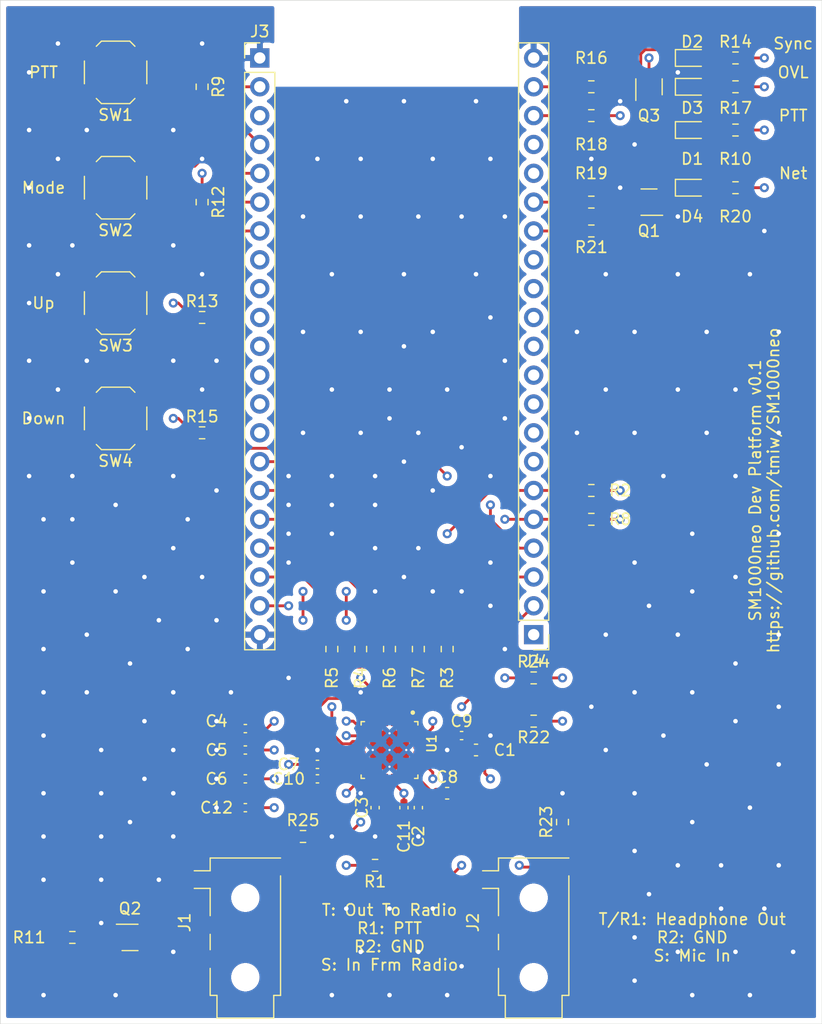
<source format=kicad_pcb>
(kicad_pcb (version 20171130) (host pcbnew "(5.1.7-0-10_14)")
  (layers (0 F.Cu signal) (1 In1.Cu signal) (2 In2.Cu signal) (31 B.Cu signal) (34 B.Paste user) (35 F.Paste user) (36 B.SilkS user) (37 F.SilkS user) (38 B.Mask user) (39 F.Mask user) (44 Edge.Cuts user))
  (net 0 "")
  (net 1 TLV320_DVDD)
  (net 2 GND)
  (net 3 TLV320_AVDD)
  (net 4 TLV320_REF)
  (net 5 3.3V)
  (net 6 TLV320_IN_USER)
  (net 7 TLV320_IN_DETECT)
  (net 8 User_Jack_Speaker)
  (net 9 TLV320_OUT_USER)
  (net 10 Radio_Jack_Speaker)
  (net 11 TLV320_OUT_RADIO)
  (net 12 TLV320_IN_RADIO)
  (net 13 Radio_Jack_Mic)
  (net 14 "Net-(C11-Pad1)")
  (net 15 "Net-(D1-Pad2)")
  (net 16 "Net-(D1-Pad1)")
  (net 17 "Net-(D2-Pad2)")
  (net 18 "Net-(D2-Pad1)")
  (net 19 "Net-(D3-Pad2)")
  (net 20 "Net-(D3-Pad1)")
  (net 21 "Net-(D4-Pad2)")
  (net 22 "Net-(D4-Pad1)")
  (net 23 Radio_Jack_PTT)
  (net 24 GPIO12_TLV320_RESET)
  (net 25 GPIO11_TLV320_DOUT)
  (net 26 GPIO10_TLV320_DIN)
  (net 27 GPIO9_TLV320_WCLK)
  (net 28 GPIO46_TLV320_BCLK)
  (net 29 GPIO3_TLV320_MCLK)
  (net 30 GPIO20)
  (net 31 GPIO19)
  (net 32 GPIO8)
  (net 33 GPIO18)
  (net 34 GPIO17)
  (net 35 GPIO16)
  (net 36 GPIO15)
  (net 37 GPIO7_VOL_DOWN)
  (net 38 GPIO6_VOL_UP)
  (net 39 GPIO5_MODE_BTN)
  (net 40 GPIO4_PTT_IN)
  (net 41 "Net-(J3-Pad3)")
  (net 42 GPIO1_SYNC_LED)
  (net 43 GPIO2_OVL_LED)
  (net 44 "Net-(J4-Pad18)")
  (net 45 "Net-(J4-Pad17)")
  (net 46 GPIO42_NET_LED)
  (net 47 GPIO41_PTT_LED)
  (net 48 GPIO40)
  (net 49 GPIO39)
  (net 50 GPIO38)
  (net 51 GPIO37)
  (net 52 GPIO36)
  (net 53 GPIO35)
  (net 54 "Net-(J4-Pad8)")
  (net 55 GPIO45)
  (net 56 GPIO21_PTT_OUT)
  (net 57 GPIO14_TLV320_MFP5)
  (net 58 GPIO13_TLV320_MFP4)
  (net 59 5V)
  (net 60 "Net-(Q1-Pad2)")
  (net 61 "Net-(Q1-Pad5)")
  (net 62 "Net-(Q2-Pad2)")
  (net 63 "Net-(Q3-Pad2)")
  (net 64 "Net-(Q3-Pad5)")
  (net 65 TLV320_OUT_MICBIAS)
  (net 66 TLV320_IN_MCLK)
  (net 67 TLV320_IN_DIN)
  (net 68 TLV320_OUT_DOUT)
  (net 69 TLV320_IO_WCLK)
  (net 70 TLV320_IO_BCLK)
  (net 71 "Net-(R22-Pad2)")
  (net 72 "Net-(U1-Pad22)")
  (net 73 "Net-(U1-Pad23)")
  (net 74 GPIO48_TLV320_SCL)
  (net 75 GPIO47_TLV320_SDA)
  (module SM1000neo:IC_ADS125H01IRHBT (layer F.Cu) (at 91.44 3.81 270)
    (fp_text reference U1 (at -0.57 -3.723 90) (layer F.SilkS) (effects (font (size 0.8 0.8))))
    (fp_text value TLV320AIC3254IRHBR)
    (pad 9 smd roundrect (at -1.75 2.4) (size 0.6 0.25) (layers F.Cu F.Paste) (roundrect_rratio 0.03) (net 74 GPIO48_TLV320_SCL))
    (pad 10 smd roundrect (at -1.25 2.4) (size 0.6 0.25) (layers F.Cu F.Paste) (roundrect_rratio 0.03) (net 75 GPIO47_TLV320_SDA))
    (pad 11 smd roundrect (at -0.75 2.4) (size 0.6 0.25) (layers F.Cu F.Paste) (roundrect_rratio 0.03) (net 58 GPIO13_TLV320_MFP4))
    (pad 12 smd roundrect (at -0.25 2.4) (size 0.6 0.25) (layers F.Cu F.Paste) (roundrect_rratio 0.03) (net 2 GND))
    (pad 13 smd roundrect (at 0.25 2.4) (size 0.6 0.25) (layers F.Cu F.Paste) (roundrect_rratio 0.03) (net 6 TLV320_IN_USER))
    (pad 14 smd roundrect (at 0.75 2.4) (size 0.6 0.25) (layers F.Cu F.Paste) (roundrect_rratio 0.03) (net 12 TLV320_IN_RADIO))
    (pad 15 smd roundrect (at 1.25 2.4) (size 0.6 0.25) (layers F.Cu F.Paste) (roundrect_rratio 0.03) (net 14 "Net-(C11-Pad1)"))
    (pad 16 smd roundrect (at 1.75 2.4) (size 0.6 0.25) (layers F.Cu F.Paste) (roundrect_rratio 0.03) (net 14 "Net-(C11-Pad1)"))
    (pad 25 smd roundrect (at 1.75 -2.4) (size 0.6 0.25) (layers F.Cu F.Paste) (roundrect_rratio 0.03) (net 9 TLV320_OUT_USER))
    (pad 26 smd roundrect (at 1.25 -2.4) (size 0.6 0.25) (layers F.Cu F.Paste) (roundrect_rratio 0.03) (net 5 3.3V))
    (pad 27 smd roundrect (at 0.75 -2.4) (size 0.6 0.25) (layers F.Cu F.Paste) (roundrect_rratio 0.03) (net 11 TLV320_OUT_RADIO))
    (pad 28 smd roundrect (at 0.25 -2.4) (size 0.6 0.25) (layers F.Cu F.Paste) (roundrect_rratio 0.03) (net 2 GND))
    (pad 29 smd roundrect (at -0.25 -2.4) (size 0.6 0.25) (layers F.Cu F.Paste) (roundrect_rratio 0.03) (net 1 TLV320_DVDD))
    (pad 30 smd roundrect (at -0.75 -2.4) (size 0.6 0.25) (layers F.Cu F.Paste) (roundrect_rratio 0.03) (net 71 "Net-(R22-Pad2)"))
    (pad 31 smd roundrect (at -1.25 -2.4) (size 0.6 0.25) (layers F.Cu F.Paste) (roundrect_rratio 0.03) (net 24 GPIO12_TLV320_RESET))
    (pad 32 smd roundrect (at -1.75 -2.4) (size 0.6 0.25) (layers F.Cu F.Paste) (roundrect_rratio 0.03) (net 57 GPIO14_TLV320_MFP5))
    (pad 1 smd roundrect (at -2.4 -1.75 270) (size 0.6 0.25) (layers F.Cu F.Paste) (roundrect_rratio 0.03) (net 66 TLV320_IN_MCLK))
    (pad 2 smd roundrect (at -2.4 -1.25 270) (size 0.6 0.25) (layers F.Cu F.Paste) (roundrect_rratio 0.03) (net 70 TLV320_IO_BCLK))
    (pad 3 smd roundrect (at -2.4 -0.75 270) (size 0.6 0.25) (layers F.Cu F.Paste) (roundrect_rratio 0.03) (net 69 TLV320_IO_WCLK))
    (pad 4 smd roundrect (at -2.4 -0.25 270) (size 0.6 0.25) (layers F.Cu F.Paste) (roundrect_rratio 0.03) (net 67 TLV320_IN_DIN))
    (pad 5 smd roundrect (at -2.4 0.25 270) (size 0.6 0.25) (layers F.Cu F.Paste) (roundrect_rratio 0.03) (net 68 TLV320_OUT_DOUT))
    (pad 6 smd roundrect (at -2.4 0.75 270) (size 0.6 0.25) (layers F.Cu F.Paste) (roundrect_rratio 0.03) (net 5 3.3V))
    (pad 7 smd roundrect (at -2.4 1.25 270) (size 0.6 0.25) (layers F.Cu F.Paste) (roundrect_rratio 0.03) (net 2 GND))
    (pad 8 smd roundrect (at -2.4 1.75 270) (size 0.6 0.25) (layers F.Cu F.Paste) (roundrect_rratio 0.03) (net 7 TLV320_IN_DETECT))
    (pad 17 smd roundrect (at 2.4 1.75 270) (size 0.6 0.25) (layers F.Cu F.Paste) (roundrect_rratio 0.03) (net 2 GND))
    (pad 18 smd roundrect (at 2.4 1.25 270) (size 0.6 0.25) (layers F.Cu F.Paste) (roundrect_rratio 0.03) (net 4 TLV320_REF))
    (pad 19 smd roundrect (at 2.4 0.75 270) (size 0.6 0.25) (layers F.Cu F.Paste) (roundrect_rratio 0.03) (net 65 TLV320_OUT_MICBIAS))
    (pad 20 smd roundrect (at 2.4 0.25 270) (size 0.6 0.25) (layers F.Cu F.Paste) (roundrect_rratio 0.03) (net 14 "Net-(C11-Pad1)"))
    (pad 21 smd roundrect (at 2.4 -0.25 270) (size 0.6 0.25) (layers F.Cu F.Paste) (roundrect_rratio 0.03) (net 14 "Net-(C11-Pad1)"))
    (pad 22 smd roundrect (at 2.4 -0.75 270) (size 0.6 0.25) (layers F.Cu F.Paste) (roundrect_rratio 0.03) (net 72 "Net-(U1-Pad22)"))
    (pad 23 smd roundrect (at 2.4 -1.25 270) (size 0.6 0.25) (layers F.Cu F.Paste) (roundrect_rratio 0.03) (net 73 "Net-(U1-Pad23)"))
    (pad 24 smd roundrect (at 2.4 -1.75 270) (size 0.6 0.25) (layers F.Cu F.Paste) (roundrect_rratio 0.03) (net 3 TLV320_AVDD))
    (pad 33 smd rect (at 0 0 270) (size 3.45 3.45) (layers F.Cu) (net 2 GND))
    (pad 34 thru_hole circle (at 0 0 270) (size 0.4 0.4) (drill 0.2) (layers *.Cu) (net 2 GND))
    (pad 35 thru_hole circle (at 0 -1.475 270) (size 0.4 0.4) (drill 0.2) (layers *.Cu) (net 2 GND))
    (pad 36 thru_hole circle (at -1.475 0 270) (size 0.4 0.4) (drill 0.2) (layers *.Cu) (net 2 GND))
    (pad 37 thru_hole circle (at 0 1.475 270) (size 0.4 0.4) (drill 0.2) (layers *.Cu) (net 2 GND))
    (pad 38 thru_hole circle (at 1.475 0 270) (size 0.4 0.4) (drill 0.2) (layers *.Cu) (net 2 GND))
  )
  (module Button_Switch_SMD:SW_SPST_TL3342 (layer F.Cu) (at 67.31 -25.4 180)
    (fp_text reference SW4 (at 0 -3.75) (layer F.SilkS))
    (fp_text value Vol_Down_Button)
    (pad 2 smd rect (at 3.15 1.9 180) (size 1.7 1) (layers F.Cu F.Paste F.Mask) (net 2 GND))
    (pad 2 smd rect (at -3.15 1.9 180) (size 1.7 1) (layers F.Cu F.Paste F.Mask) (net 2 GND))
    (pad 1 smd rect (at 3.15 -1.9 180) (size 1.7 1) (layers F.Cu F.Paste F.Mask) (net 37 GPIO7_VOL_DOWN))
    (pad 1 smd rect (at -3.15 -1.9 180) (size 1.7 1) (layers F.Cu F.Paste F.Mask) (net 37 GPIO7_VOL_DOWN))
  )
  (module Button_Switch_SMD:SW_SPST_TL3342 (layer F.Cu) (at 67.31 -35.56 180)
    (fp_text reference SW3 (at 0 -3.75) (layer F.SilkS))
    (fp_text value Vol_Up_Button)
    (pad 2 smd rect (at 3.15 1.9 180) (size 1.7 1) (layers F.Cu F.Paste F.Mask) (net 2 GND))
    (pad 2 smd rect (at -3.15 1.9 180) (size 1.7 1) (layers F.Cu F.Paste F.Mask) (net 2 GND))
    (pad 1 smd rect (at 3.15 -1.9 180) (size 1.7 1) (layers F.Cu F.Paste F.Mask) (net 38 GPIO6_VOL_UP))
    (pad 1 smd rect (at -3.15 -1.9 180) (size 1.7 1) (layers F.Cu F.Paste F.Mask) (net 38 GPIO6_VOL_UP))
  )
  (module Button_Switch_SMD:SW_SPST_TL3342 (layer F.Cu) (at 67.31 -45.72 180)
    (fp_text reference SW2 (at 0 -3.75) (layer F.SilkS))
    (fp_text value Mode_Button)
    (pad 2 smd rect (at 3.15 1.9 180) (size 1.7 1) (layers F.Cu F.Paste F.Mask) (net 2 GND))
    (pad 2 smd rect (at -3.15 1.9 180) (size 1.7 1) (layers F.Cu F.Paste F.Mask) (net 2 GND))
    (pad 1 smd rect (at 3.15 -1.9 180) (size 1.7 1) (layers F.Cu F.Paste F.Mask) (net 39 GPIO5_MODE_BTN))
    (pad 1 smd rect (at -3.15 -1.9 180) (size 1.7 1) (layers F.Cu F.Paste F.Mask) (net 39 GPIO5_MODE_BTN))
  )
  (module Button_Switch_SMD:SW_SPST_TL3342 (layer F.Cu) (at 67.31 -55.88 180)
    (fp_text reference SW1 (at 0 -3.75) (layer F.SilkS))
    (fp_text value PTT_Button)
    (pad 2 smd rect (at 3.15 1.9 180) (size 1.7 1) (layers F.Cu F.Paste F.Mask) (net 2 GND))
    (pad 2 smd rect (at -3.15 1.9 180) (size 1.7 1) (layers F.Cu F.Paste F.Mask) (net 2 GND))
    (pad 1 smd rect (at 3.15 -1.9 180) (size 1.7 1) (layers F.Cu F.Paste F.Mask) (net 40 GPIO4_PTT_IN))
    (pad 1 smd rect (at -3.15 -1.9 180) (size 1.7 1) (layers F.Cu F.Paste F.Mask) (net 40 GPIO4_PTT_IN))
  )
  (module Resistor_SMD:R_0603_1608Metric (layer F.Cu) (at 83.82 11.43)
    (fp_text reference R25 (at 0 -1.43) (layer F.SilkS))
    (fp_text value 1M)
    (pad 2 smd roundrect (at 0.825 0) (size 0.8 0.95) (layers F.Cu F.Paste F.Mask) (net 2 GND))
    (pad 1 smd roundrect (at -0.825 0) (size 0.8 0.95) (layers F.Cu F.Paste F.Mask) (net 13 Radio_Jack_Mic))
  )
  (module Resistor_SMD:R_0603_1608Metric (layer F.Cu) (at 104.14 -2.54)
    (fp_text reference R24 (at 0 -1.43) (layer F.SilkS))
    (fp_text value 4.7K)
    (pad 2 smd roundrect (at 0.825 0) (size 0.8 0.95) (layers F.Cu F.Paste F.Mask) (net 5 3.3V))
    (pad 1 smd roundrect (at -0.825 0) (size 0.8 0.95) (layers F.Cu F.Paste F.Mask) (net 24 GPIO12_TLV320_RESET))
  )
  (module Resistor_SMD:R_0603_1608Metric (layer F.Cu) (at 106.68 10.16 90)
    (fp_text reference R23 (at 0 -1.43 90) (layer F.SilkS))
    (fp_text value 1M)
    (pad 2 smd roundrect (at 0.825 0 90) (size 0.8 0.95) (layers F.Cu F.Paste F.Mask) (net 2 GND))
    (pad 1 smd roundrect (at -0.825 0 90) (size 0.8 0.95) (layers F.Cu F.Paste F.Mask) (net 7 TLV320_IN_DETECT))
  )
  (module Resistor_SMD:R_0603_1608Metric (layer F.Cu) (at 104.14 1.27 180)
    (fp_text reference R22 (at 0 -1.43) (layer F.SilkS))
    (fp_text value 4.7K)
    (pad 2 smd roundrect (at 0.825 0 180) (size 0.8 0.95) (layers F.Cu F.Paste F.Mask) (net 71 "Net-(R22-Pad2)"))
    (pad 1 smd roundrect (at -0.825 0 180) (size 0.8 0.95) (layers F.Cu F.Paste F.Mask) (net 5 3.3V))
  )
  (module Resistor_SMD:R_0603_1608Metric (layer F.Cu) (at 109.22 -41.91 180)
    (fp_text reference R21 (at 0 -1.43) (layer F.SilkS))
    (fp_text value 2.7K)
    (pad 2 smd roundrect (at 0.825 0 180) (size 0.8 0.95) (layers F.Cu F.Paste F.Mask) (net 47 GPIO41_PTT_LED))
    (pad 1 smd roundrect (at -0.825 0 180) (size 0.8 0.95) (layers F.Cu F.Paste F.Mask) (net 60 "Net-(Q1-Pad2)"))
  )
  (module Resistor_SMD:R_0603_1608Metric (layer F.Cu) (at 121.92 -45.72 180)
    (fp_text reference R20 (at 0 -2.54) (layer F.SilkS))
    (fp_text value 50)
    (pad 2 smd roundrect (at 0.825 0 180) (size 0.8 0.95) (layers F.Cu F.Paste F.Mask) (net 21 "Net-(D4-Pad2)"))
    (pad 1 smd roundrect (at -0.825 0 180) (size 0.8 0.95) (layers F.Cu F.Paste F.Mask) (net 5 3.3V))
  )
  (module Resistor_SMD:R_0603_1608Metric (layer F.Cu) (at 109.22 -44.45 180)
    (fp_text reference R19 (at 0 2.54) (layer F.SilkS))
    (fp_text value 2.7K)
    (pad 2 smd roundrect (at 0.825 0 180) (size 0.8 0.95) (layers F.Cu F.Paste F.Mask) (net 46 GPIO42_NET_LED))
    (pad 1 smd roundrect (at -0.825 0 180) (size 0.8 0.95) (layers F.Cu F.Paste F.Mask) (net 61 "Net-(Q1-Pad5)"))
  )
  (module Resistor_SMD:R_0603_1608Metric (layer F.Cu) (at 109.22 -52.07 180)
    (fp_text reference R18 (at 0 -2.54) (layer F.SilkS))
    (fp_text value 2.7K)
    (pad 2 smd roundrect (at 0.825 0 180) (size 0.8 0.95) (layers F.Cu F.Paste F.Mask) (net 43 GPIO2_OVL_LED))
    (pad 1 smd roundrect (at -0.825 0 180) (size 0.8 0.95) (layers F.Cu F.Paste F.Mask) (net 64 "Net-(Q3-Pad5)"))
  )
  (module Resistor_SMD:R_0603_1608Metric (layer F.Cu) (at 121.92 -54.61)
    (fp_text reference R17 (at 0 1.86) (layer F.SilkS))
    (fp_text value 100)
    (pad 2 smd roundrect (at 0.825 0) (size 0.8 0.95) (layers F.Cu F.Paste F.Mask) (net 5 3.3V))
    (pad 1 smd roundrect (at -0.825 0) (size 0.8 0.95) (layers F.Cu F.Paste F.Mask) (net 19 "Net-(D3-Pad2)"))
  )
  (module Resistor_SMD:R_0603_1608Metric (layer F.Cu) (at 109.22 -54.61 180)
    (fp_text reference R16 (at 0 2.54) (layer F.SilkS))
    (fp_text value 2.7K)
    (pad 2 smd roundrect (at 0.825 0 180) (size 0.8 0.95) (layers F.Cu F.Paste F.Mask) (net 42 GPIO1_SYNC_LED))
    (pad 1 smd roundrect (at -0.825 0 180) (size 0.8 0.95) (layers F.Cu F.Paste F.Mask) (net 63 "Net-(Q3-Pad2)"))
  )
  (module Resistor_SMD:R_0603_1608Metric (layer F.Cu) (at 74.93 -24.13)
    (fp_text reference R15 (at 0 -1.43) (layer F.SilkS))
    (fp_text value 3.3K)
    (pad 2 smd roundrect (at 0.825 0) (size 0.8 0.95) (layers F.Cu F.Paste F.Mask) (net 37 GPIO7_VOL_DOWN))
    (pad 1 smd roundrect (at -0.825 0) (size 0.8 0.95) (layers F.Cu F.Paste F.Mask) (net 5 3.3V))
  )
  (module Resistor_SMD:R_0603_1608Metric (layer F.Cu) (at 121.92 -57.15)
    (fp_text reference R14 (at 0 -1.43) (layer F.SilkS))
    (fp_text value 50)
    (pad 2 smd roundrect (at 0.825 0) (size 0.8 0.95) (layers F.Cu F.Paste F.Mask) (net 5 3.3V))
    (pad 1 smd roundrect (at -0.825 0) (size 0.8 0.95) (layers F.Cu F.Paste F.Mask) (net 17 "Net-(D2-Pad2)"))
  )
  (module Resistor_SMD:R_0603_1608Metric (layer F.Cu) (at 74.93 -34.29)
    (fp_text reference R13 (at 0 -1.43) (layer F.SilkS))
    (fp_text value 3.3K)
    (pad 2 smd roundrect (at 0.825 0) (size 0.8 0.95) (layers F.Cu F.Paste F.Mask) (net 38 GPIO6_VOL_UP))
    (pad 1 smd roundrect (at -0.825 0) (size 0.8 0.95) (layers F.Cu F.Paste F.Mask) (net 5 3.3V))
  )
  (module Resistor_SMD:R_0603_1608Metric (layer F.Cu) (at 74.93 -44.45 270)
    (fp_text reference R12 (at 0 -1.43 90) (layer F.SilkS))
    (fp_text value 3.3K)
    (pad 2 smd roundrect (at 0.825 0 270) (size 0.8 0.95) (layers F.Cu F.Paste F.Mask) (net 39 GPIO5_MODE_BTN))
    (pad 1 smd roundrect (at -0.825 0 270) (size 0.8 0.95) (layers F.Cu F.Paste F.Mask) (net 5 3.3V))
  )
  (module Resistor_SMD:R_0603_1608Metric (layer F.Cu) (at 63.5 20.32 180)
    (fp_text reference R11 (at 3.81 0) (layer F.SilkS))
    (fp_text value 2.7K)
    (pad 2 smd roundrect (at 0.825 0 180) (size 0.8 0.95) (layers F.Cu F.Paste F.Mask) (net 56 GPIO21_PTT_OUT))
    (pad 1 smd roundrect (at -0.825 0 180) (size 0.8 0.95) (layers F.Cu F.Paste F.Mask) (net 62 "Net-(Q2-Pad2)"))
  )
  (module Resistor_SMD:R_0603_1608Metric (layer F.Cu) (at 121.92 -50.8)
    (fp_text reference R10 (at 0 2.54) (layer F.SilkS))
    (fp_text value 100)
    (pad 2 smd roundrect (at 0.825 0) (size 0.8 0.95) (layers F.Cu F.Paste F.Mask) (net 5 3.3V))
    (pad 1 smd roundrect (at -0.825 0) (size 0.8 0.95) (layers F.Cu F.Paste F.Mask) (net 15 "Net-(D1-Pad2)"))
  )
  (module Resistor_SMD:R_0603_1608Metric (layer F.Cu) (at 74.93 -54.61 270)
    (fp_text reference R9 (at 0 -1.43 90) (layer F.SilkS))
    (fp_text value 3.3K)
    (pad 2 smd roundrect (at 0.825 0 270) (size 0.8 0.95) (layers F.Cu F.Paste F.Mask) (net 40 GPIO4_PTT_IN))
    (pad 1 smd roundrect (at -0.825 0 270) (size 0.8 0.95) (layers F.Cu F.Paste F.Mask) (net 5 3.3V))
  )
  (module Resistor_SMD:R_0603_1608Metric (layer F.Cu) (at 109.22 -16.51 180)
    (fp_text reference R8 (at -2.54 0) (layer F.SilkS))
    (fp_text value 4.7K)
    (pad 2 smd roundrect (at 0.825 0 180) (size 0.8 0.95) (layers F.Cu F.Paste F.Mask) (net 75 GPIO47_TLV320_SDA))
    (pad 1 smd roundrect (at -0.825 0 180) (size 0.8 0.95) (layers F.Cu F.Paste F.Mask) (net 5 3.3V))
  )
  (module Resistor_SMD:R_0603_1608Metric (layer F.Cu) (at 93.98 -5.08 90)
    (fp_text reference R7 (at -2.54 0 90) (layer F.SilkS))
    (fp_text value 27)
    (pad 2 smd roundrect (at 0.825 0 90) (size 0.8 0.95) (layers F.Cu F.Paste F.Mask) (net 28 GPIO46_TLV320_BCLK))
    (pad 1 smd roundrect (at -0.825 0 90) (size 0.8 0.95) (layers F.Cu F.Paste F.Mask) (net 70 TLV320_IO_BCLK))
  )
  (module Resistor_SMD:R_0603_1608Metric (layer F.Cu) (at 91.44 -5.08 90)
    (fp_text reference R6 (at -2.54 0 90) (layer F.SilkS))
    (fp_text value 27)
    (pad 2 smd roundrect (at 0.825 0 90) (size 0.8 0.95) (layers F.Cu F.Paste F.Mask) (net 27 GPIO9_TLV320_WCLK))
    (pad 1 smd roundrect (at -0.825 0 90) (size 0.8 0.95) (layers F.Cu F.Paste F.Mask) (net 69 TLV320_IO_WCLK))
  )
  (module Resistor_SMD:R_0603_1608Metric (layer F.Cu) (at 86.36 -5.08 90)
    (fp_text reference R5 (at -2.54 0 90) (layer F.SilkS))
    (fp_text value 27)
    (pad 2 smd roundrect (at 0.825 0 90) (size 0.8 0.95) (layers F.Cu F.Paste F.Mask) (net 25 GPIO11_TLV320_DOUT))
    (pad 1 smd roundrect (at -0.825 0 90) (size 0.8 0.95) (layers F.Cu F.Paste F.Mask) (net 68 TLV320_OUT_DOUT))
  )
  (module Resistor_SMD:R_0603_1608Metric (layer F.Cu) (at 88.9 -5.08 90)
    (fp_text reference R4 (at -2.54 0 90) (layer F.SilkS))
    (fp_text value 27)
    (pad 2 smd roundrect (at 0.825 0 90) (size 0.8 0.95) (layers F.Cu F.Paste F.Mask) (net 26 GPIO10_TLV320_DIN))
    (pad 1 smd roundrect (at -0.825 0 90) (size 0.8 0.95) (layers F.Cu F.Paste F.Mask) (net 67 TLV320_IN_DIN))
  )
  (module Resistor_SMD:R_0603_1608Metric (layer F.Cu) (at 96.52 -5.08 90)
    (fp_text reference R3 (at -2.54 0 90) (layer F.SilkS))
    (fp_text value 10)
    (pad 2 smd roundrect (at 0.825 0 90) (size 0.8 0.95) (layers F.Cu F.Paste F.Mask) (net 29 GPIO3_TLV320_MCLK))
    (pad 1 smd roundrect (at -0.825 0 90) (size 0.8 0.95) (layers F.Cu F.Paste F.Mask) (net 66 TLV320_IN_MCLK))
  )
  (module Resistor_SMD:R_0603_1608Metric (layer F.Cu) (at 109.22 -19.05 180)
    (fp_text reference R2 (at -2.54 0) (layer F.SilkS))
    (fp_text value 4.7K)
    (pad 2 smd roundrect (at 0.825 0 180) (size 0.8 0.95) (layers F.Cu F.Paste F.Mask) (net 74 GPIO48_TLV320_SCL))
    (pad 1 smd roundrect (at -0.825 0 180) (size 0.8 0.95) (layers F.Cu F.Paste F.Mask) (net 5 3.3V))
  )
  (module Resistor_SMD:R_0603_1608Metric (layer F.Cu) (at 90.17 13.97 180)
    (fp_text reference R1 (at 0 -1.43) (layer F.SilkS))
    (fp_text value 2.7K)
    (pad 2 smd roundrect (at 0.825 0 180) (size 0.8 0.95) (layers F.Cu F.Paste F.Mask) (net 7 TLV320_IN_DETECT))
    (pad 1 smd roundrect (at -0.825 0 180) (size 0.8 0.95) (layers F.Cu F.Paste F.Mask) (net 65 TLV320_OUT_MICBIAS))
  )
  (module Package_TO_SOT_SMD:SOT-363_SC-70-6 (layer F.Cu) (at 114.3 -54.61 90)
    (fp_text reference Q3 (at -2.54 0 180) (layer F.SilkS))
    (fp_text value MBT3904DW1T1)
    (pad 6 smd rect (at 0.95 -0.65 90) (size 0.65 0.4) (layers F.Cu F.Paste F.Mask) (net 18 "Net-(D2-Pad1)"))
    (pad 4 smd rect (at 0.95 0.65 90) (size 0.65 0.4) (layers F.Cu F.Paste F.Mask) (net 2 GND))
    (pad 2 smd rect (at -0.95 0 90) (size 0.65 0.4) (layers F.Cu F.Paste F.Mask) (net 63 "Net-(Q3-Pad2)"))
    (pad 5 smd rect (at 0.95 0 90) (size 0.65 0.4) (layers F.Cu F.Paste F.Mask) (net 64 "Net-(Q3-Pad5)"))
    (pad 3 smd rect (at -0.95 0.65 90) (size 0.65 0.4) (layers F.Cu F.Paste F.Mask) (net 20 "Net-(D3-Pad1)"))
    (pad 1 smd rect (at -0.95 -0.65 90) (size 0.65 0.4) (layers F.Cu F.Paste F.Mask) (net 2 GND))
  )
  (module Package_TO_SOT_SMD:SOT-363_SC-70-6 (layer F.Cu) (at 68.58 20.32)
    (fp_text reference Q2 (at 0 -2.54) (layer F.SilkS))
    (fp_text value MBT3904DW1T1)
    (pad 6 smd rect (at 0.95 -0.65) (size 0.65 0.4) (layers F.Cu F.Paste F.Mask) (net 23 Radio_Jack_PTT))
    (pad 4 smd rect (at 0.95 0.65) (size 0.65 0.4) (layers F.Cu F.Paste F.Mask))
    (pad 2 smd rect (at -0.95 0) (size 0.65 0.4) (layers F.Cu F.Paste F.Mask) (net 62 "Net-(Q2-Pad2)"))
    (pad 5 smd rect (at 0.95 0) (size 0.65 0.4) (layers F.Cu F.Paste F.Mask))
    (pad 3 smd rect (at -0.95 0.65) (size 0.65 0.4) (layers F.Cu F.Paste F.Mask))
    (pad 1 smd rect (at -0.95 -0.65) (size 0.65 0.4) (layers F.Cu F.Paste F.Mask) (net 2 GND))
  )
  (module Package_TO_SOT_SMD:SOT-363_SC-70-6 (layer F.Cu) (at 114.3 -44.45 180)
    (fp_text reference Q1 (at 0 -2.54) (layer F.SilkS))
    (fp_text value MBT3904DW1T1)
    (pad 6 smd rect (at 0.95 -0.65 180) (size 0.65 0.4) (layers F.Cu F.Paste F.Mask) (net 16 "Net-(D1-Pad1)"))
    (pad 4 smd rect (at 0.95 0.65 180) (size 0.65 0.4) (layers F.Cu F.Paste F.Mask) (net 2 GND))
    (pad 2 smd rect (at -0.95 0 180) (size 0.65 0.4) (layers F.Cu F.Paste F.Mask) (net 60 "Net-(Q1-Pad2)"))
    (pad 5 smd rect (at 0.95 0 180) (size 0.65 0.4) (layers F.Cu F.Paste F.Mask) (net 61 "Net-(Q1-Pad5)"))
    (pad 3 smd rect (at -0.95 0.65 180) (size 0.65 0.4) (layers F.Cu F.Paste F.Mask) (net 22 "Net-(D4-Pad1)"))
    (pad 1 smd rect (at -0.95 -0.65 180) (size 0.65 0.4) (layers F.Cu F.Paste F.Mask) (net 2 GND))
  )
  (module Connector_PinHeader_2.54mm:PinHeader_1x21_P2.54mm_Vertical (layer F.Cu) (at 104.14 -6.35 180)
    (fp_text reference J4 (at 0 -2.33) (layer F.SilkS))
    (fp_text value nanoESP32-S3-Right)
    (pad 21 thru_hole oval (at 0 50.8 180) (size 1.7 1.7) (drill 1) (layers *.Cu *.Mask) (net 2 GND))
    (pad 20 thru_hole oval (at 0 48.26 180) (size 1.7 1.7) (drill 1) (layers *.Cu *.Mask) (net 42 GPIO1_SYNC_LED))
    (pad 19 thru_hole oval (at 0 45.72 180) (size 1.7 1.7) (drill 1) (layers *.Cu *.Mask) (net 43 GPIO2_OVL_LED))
    (pad 18 thru_hole oval (at 0 43.18 180) (size 1.7 1.7) (drill 1) (layers *.Cu *.Mask) (net 44 "Net-(J4-Pad18)"))
    (pad 17 thru_hole oval (at 0 40.64 180) (size 1.7 1.7) (drill 1) (layers *.Cu *.Mask) (net 45 "Net-(J4-Pad17)"))
    (pad 16 thru_hole oval (at 0 38.1 180) (size 1.7 1.7) (drill 1) (layers *.Cu *.Mask) (net 46 GPIO42_NET_LED))
    (pad 15 thru_hole oval (at 0 35.56 180) (size 1.7 1.7) (drill 1) (layers *.Cu *.Mask) (net 47 GPIO41_PTT_LED))
    (pad 14 thru_hole oval (at 0 33.02 180) (size 1.7 1.7) (drill 1) (layers *.Cu *.Mask) (net 48 GPIO40))
    (pad 13 thru_hole oval (at 0 30.48 180) (size 1.7 1.7) (drill 1) (layers *.Cu *.Mask) (net 49 GPIO39))
    (pad 12 thru_hole oval (at 0 27.94 180) (size 1.7 1.7) (drill 1) (layers *.Cu *.Mask) (net 50 GPIO38))
    (pad 11 thru_hole oval (at 0 25.4 180) (size 1.7 1.7) (drill 1) (layers *.Cu *.Mask) (net 51 GPIO37))
    (pad 10 thru_hole oval (at 0 22.86 180) (size 1.7 1.7) (drill 1) (layers *.Cu *.Mask) (net 52 GPIO36))
    (pad 9 thru_hole oval (at 0 20.32 180) (size 1.7 1.7) (drill 1) (layers *.Cu *.Mask) (net 53 GPIO35))
    (pad 8 thru_hole oval (at 0 17.78 180) (size 1.7 1.7) (drill 1) (layers *.Cu *.Mask) (net 54 "Net-(J4-Pad8)"))
    (pad 7 thru_hole oval (at 0 15.24 180) (size 1.7 1.7) (drill 1) (layers *.Cu *.Mask) (net 55 GPIO45))
    (pad 6 thru_hole oval (at 0 12.7 180) (size 1.7 1.7) (drill 1) (layers *.Cu *.Mask) (net 74 GPIO48_TLV320_SCL))
    (pad 5 thru_hole oval (at 0 10.16 180) (size 1.7 1.7) (drill 1) (layers *.Cu *.Mask) (net 75 GPIO47_TLV320_SDA))
    (pad 4 thru_hole oval (at 0 7.62 180) (size 1.7 1.7) (drill 1) (layers *.Cu *.Mask) (net 56 GPIO21_PTT_OUT))
    (pad 3 thru_hole oval (at 0 5.08 180) (size 1.7 1.7) (drill 1) (layers *.Cu *.Mask) (net 57 GPIO14_TLV320_MFP5))
    (pad 2 thru_hole oval (at 0 2.54 180) (size 1.7 1.7) (drill 1) (layers *.Cu *.Mask) (net 58 GPIO13_TLV320_MFP4))
    (pad 1 thru_hole rect (at 0 0 180) (size 1.7 1.7) (drill 1) (layers *.Cu *.Mask) (net 59 5V))
  )
  (module Connector_PinHeader_2.54mm:PinHeader_1x21_P2.54mm_Vertical (layer F.Cu) (at 80.01 -57.15)
    (fp_text reference J3 (at 0 -2.33) (layer F.SilkS))
    (fp_text value nanoESP32-S3-Left)
    (pad 21 thru_hole oval (at 0 50.8) (size 1.7 1.7) (drill 1) (layers *.Cu *.Mask) (net 2 GND))
    (pad 20 thru_hole oval (at 0 48.26) (size 1.7 1.7) (drill 1) (layers *.Cu *.Mask) (net 24 GPIO12_TLV320_RESET))
    (pad 19 thru_hole oval (at 0 45.72) (size 1.7 1.7) (drill 1) (layers *.Cu *.Mask) (net 25 GPIO11_TLV320_DOUT))
    (pad 18 thru_hole oval (at 0 43.18) (size 1.7 1.7) (drill 1) (layers *.Cu *.Mask) (net 26 GPIO10_TLV320_DIN))
    (pad 17 thru_hole oval (at 0 40.64) (size 1.7 1.7) (drill 1) (layers *.Cu *.Mask) (net 27 GPIO9_TLV320_WCLK))
    (pad 16 thru_hole oval (at 0 38.1) (size 1.7 1.7) (drill 1) (layers *.Cu *.Mask) (net 28 GPIO46_TLV320_BCLK))
    (pad 15 thru_hole oval (at 0 35.56) (size 1.7 1.7) (drill 1) (layers *.Cu *.Mask) (net 29 GPIO3_TLV320_MCLK))
    (pad 14 thru_hole oval (at 0 33.02) (size 1.7 1.7) (drill 1) (layers *.Cu *.Mask) (net 30 GPIO20))
    (pad 13 thru_hole oval (at 0 30.48) (size 1.7 1.7) (drill 1) (layers *.Cu *.Mask) (net 31 GPIO19))
    (pad 12 thru_hole oval (at 0 27.94) (size 1.7 1.7) (drill 1) (layers *.Cu *.Mask) (net 32 GPIO8))
    (pad 11 thru_hole oval (at 0 25.4) (size 1.7 1.7) (drill 1) (layers *.Cu *.Mask) (net 33 GPIO18))
    (pad 10 thru_hole oval (at 0 22.86) (size 1.7 1.7) (drill 1) (layers *.Cu *.Mask) (net 34 GPIO17))
    (pad 9 thru_hole oval (at 0 20.32) (size 1.7 1.7) (drill 1) (layers *.Cu *.Mask) (net 35 GPIO16))
    (pad 8 thru_hole oval (at 0 17.78) (size 1.7 1.7) (drill 1) (layers *.Cu *.Mask) (net 36 GPIO15))
    (pad 7 thru_hole oval (at 0 15.24) (size 1.7 1.7) (drill 1) (layers *.Cu *.Mask) (net 37 GPIO7_VOL_DOWN))
    (pad 6 thru_hole oval (at 0 12.7) (size 1.7 1.7) (drill 1) (layers *.Cu *.Mask) (net 38 GPIO6_VOL_UP))
    (pad 5 thru_hole oval (at 0 10.16) (size 1.7 1.7) (drill 1) (layers *.Cu *.Mask) (net 39 GPIO5_MODE_BTN))
    (pad 4 thru_hole oval (at 0 7.62) (size 1.7 1.7) (drill 1) (layers *.Cu *.Mask) (net 40 GPIO4_PTT_IN))
    (pad 3 thru_hole oval (at 0 5.08) (size 1.7 1.7) (drill 1) (layers *.Cu *.Mask) (net 41 "Net-(J3-Pad3)"))
    (pad 2 thru_hole oval (at 0 2.54) (size 1.7 1.7) (drill 1) (layers *.Cu *.Mask) (net 5 3.3V))
    (pad 1 thru_hole rect (at 0 0) (size 1.7 1.7) (drill 1) (layers *.Cu *.Mask) (net 2 GND))
  )
  (module Connector_Audio:Jack_3.5mm_PJ320D_Horizontal (layer F.Cu) (at 104.14 19.05 90)
    (fp_text reference J2 (at 0.05 -5.35 90) (layer F.SilkS))
    (fp_text value User_Jack)
    (pad "" np_thru_hole circle (at 2.225 0 90) (size 1.5 1.5) (drill 1.5) (layers *.Cu *.Mask))
    (pad "" np_thru_hole circle (at -4.775 0 90) (size 1.5 1.5) (drill 1.5) (layers *.Cu *.Mask))
    (pad R2 smd rect (at -3.175 -3.25 90) (size 1.2 2.5) (layers F.Cu F.Paste F.Mask) (net 2 GND))
    (pad R1 smd rect (at -0.175 -3.25 90) (size 1.2 2.5) (layers F.Cu F.Paste F.Mask) (net 8 User_Jack_Speaker))
    (pad T smd rect (at 3.825 -3.25 90) (size 1.2 2.5) (layers F.Cu F.Paste F.Mask) (net 8 User_Jack_Speaker))
    (pad S smd rect (at 4.925 3.25 90) (size 1.2 2.5) (layers F.Cu F.Paste F.Mask) (net 7 TLV320_IN_DETECT))
  )
  (module Connector_Audio:Jack_3.5mm_PJ320D_Horizontal (layer F.Cu) (at 78.74 19.05 90)
    (fp_text reference J1 (at 0.05 -5.35 90) (layer F.SilkS))
    (fp_text value Radio_Jack)
    (pad "" np_thru_hole circle (at 2.225 0 90) (size 1.5 1.5) (drill 1.5) (layers *.Cu *.Mask))
    (pad "" np_thru_hole circle (at -4.775 0 90) (size 1.5 1.5) (drill 1.5) (layers *.Cu *.Mask))
    (pad R2 smd rect (at -3.175 -3.25 90) (size 1.2 2.5) (layers F.Cu F.Paste F.Mask) (net 2 GND))
    (pad R1 smd rect (at -0.175 -3.25 90) (size 1.2 2.5) (layers F.Cu F.Paste F.Mask) (net 23 Radio_Jack_PTT))
    (pad T smd rect (at 3.825 -3.25 90) (size 1.2 2.5) (layers F.Cu F.Paste F.Mask) (net 10 Radio_Jack_Speaker))
    (pad S smd rect (at 4.925 3.25 90) (size 1.2 2.5) (layers F.Cu F.Paste F.Mask) (net 13 Radio_Jack_Mic))
  )
  (module Diode_SMD:D_0603_1608Metric (layer F.Cu) (at 118.11 -45.72)
    (fp_text reference D4 (at 0 2.54) (layer F.SilkS))
    (fp_text value NET_LED)
    (pad 2 smd roundrect (at 0.7875 0) (size 0.875 0.95) (layers F.Cu F.Paste F.Mask) (net 21 "Net-(D4-Pad2)"))
    (pad 1 smd roundrect (at -0.7875 0) (size 0.875 0.95) (layers F.Cu F.Paste F.Mask) (net 22 "Net-(D4-Pad1)"))
  )
  (module Diode_SMD:D_0603_1608Metric (layer F.Cu) (at 118.11 -54.61)
    (fp_text reference D3 (at 0 1.86) (layer F.SilkS))
    (fp_text value OVL_LED)
    (pad 2 smd roundrect (at 0.7875 0) (size 0.875 0.95) (layers F.Cu F.Paste F.Mask) (net 19 "Net-(D3-Pad2)"))
    (pad 1 smd roundrect (at -0.7875 0) (size 0.875 0.95) (layers F.Cu F.Paste F.Mask) (net 20 "Net-(D3-Pad1)"))
  )
  (module Diode_SMD:D_0603_1608Metric (layer F.Cu) (at 118.11 -57.15)
    (fp_text reference D2 (at 0 -1.43) (layer F.SilkS))
    (fp_text value SYNC_LED)
    (pad 2 smd roundrect (at 0.7875 0) (size 0.875 0.95) (layers F.Cu F.Paste F.Mask) (net 17 "Net-(D2-Pad2)"))
    (pad 1 smd roundrect (at -0.7875 0) (size 0.875 0.95) (layers F.Cu F.Paste F.Mask) (net 18 "Net-(D2-Pad1)"))
  )
  (module Diode_SMD:D_0603_1608Metric (layer F.Cu) (at 118.11 -50.8)
    (fp_text reference D1 (at 0 2.54) (layer F.SilkS))
    (fp_text value PTT_LED)
    (pad 2 smd roundrect (at 0.7875 0) (size 0.875 0.95) (layers F.Cu F.Paste F.Mask) (net 15 "Net-(D1-Pad2)"))
    (pad 1 smd roundrect (at -0.7875 0) (size 0.875 0.95) (layers F.Cu F.Paste F.Mask) (net 16 "Net-(D1-Pad1)"))
  )
  (module Capacitor_SMD:C_0402_1005Metric (layer F.Cu) (at 78.74 8.89 180)
    (fp_text reference C12 (at 2.54 0) (layer F.SilkS))
    (fp_text value 0.1uF)
    (pad 2 smd roundrect (at 0.48 0 180) (size 0.56 0.62) (layers F.Cu F.Paste F.Mask) (net 2 GND))
    (pad 1 smd roundrect (at -0.48 0 180) (size 0.56 0.62) (layers F.Cu F.Paste F.Mask) (net 5 3.3V))
  )
  (module Capacitor_SMD:C_0402_1005Metric (layer F.Cu) (at 92.71 8.89 270)
    (fp_text reference C11 (at 2.54 0 90) (layer F.SilkS))
    (fp_text value 0.1uF)
    (pad 2 smd roundrect (at 0.48 0 270) (size 0.56 0.62) (layers F.Cu F.Paste F.Mask) (net 2 GND))
    (pad 1 smd roundrect (at -0.48 0 270) (size 0.56 0.62) (layers F.Cu F.Paste F.Mask) (net 14 "Net-(C11-Pad1)"))
  )
  (module Capacitor_SMD:C_0402_1005Metric (layer F.Cu) (at 85.09 6.35)
    (fp_text reference C10 (at -2.54 0) (layer F.SilkS))
    (fp_text value 0.1uF)
    (pad 2 smd roundrect (at 0.48 0) (size 0.56 0.62) (layers F.Cu F.Paste F.Mask) (net 12 TLV320_IN_RADIO))
    (pad 1 smd roundrect (at -0.48 0) (size 0.56 0.62) (layers F.Cu F.Paste F.Mask) (net 13 Radio_Jack_Mic))
  )
  (module Capacitor_SMD:C_0603_1608Metric (layer F.Cu) (at 99.06 3.81)
    (fp_text reference C9 (at -1.27 -2.54) (layer F.SilkS))
    (fp_text value 47uF)
    (pad 2 smd roundrect (at 0.775 0) (size 0.9 0.95) (layers F.Cu F.Paste F.Mask) (net 10 Radio_Jack_Speaker))
    (pad 1 smd roundrect (at -0.775 0) (size 0.9 0.95) (layers F.Cu F.Paste F.Mask) (net 11 TLV320_OUT_RADIO))
  )
  (module Capacitor_SMD:C_0603_1608Metric (layer F.Cu) (at 96.52 7.62)
    (fp_text reference C8 (at 0 -1.43) (layer F.SilkS))
    (fp_text value 47uF)
    (pad 2 smd roundrect (at 0.775 0) (size 0.9 0.95) (layers F.Cu F.Paste F.Mask) (net 8 User_Jack_Speaker))
    (pad 1 smd roundrect (at -0.775 0) (size 0.9 0.95) (layers F.Cu F.Paste F.Mask) (net 9 TLV320_OUT_USER))
  )
  (module Capacitor_SMD:C_0402_1005Metric (layer F.Cu) (at 85.09 5.08)
    (fp_text reference C7 (at -2.54 0) (layer F.SilkS))
    (fp_text value 0.1uF)
    (pad 2 smd roundrect (at 0.48 0) (size 0.56 0.62) (layers F.Cu F.Paste F.Mask) (net 6 TLV320_IN_USER))
    (pad 1 smd roundrect (at -0.48 0) (size 0.56 0.62) (layers F.Cu F.Paste F.Mask) (net 7 TLV320_IN_DETECT))
  )
  (module Capacitor_SMD:C_0402_1005Metric (layer F.Cu) (at 78.74 6.35 180)
    (fp_text reference C6 (at 2.54 0) (layer F.SilkS))
    (fp_text value 0.1uF)
    (pad 2 smd roundrect (at 0.48 0 180) (size 0.56 0.62) (layers F.Cu F.Paste F.Mask) (net 2 GND))
    (pad 1 smd roundrect (at -0.48 0 180) (size 0.56 0.62) (layers F.Cu F.Paste F.Mask) (net 5 3.3V))
  )
  (module Capacitor_SMD:C_0402_1005Metric (layer F.Cu) (at 78.74 3.81 180)
    (fp_text reference C5 (at 2.54 0) (layer F.SilkS))
    (fp_text value 1uF)
    (pad 2 smd roundrect (at 0.48 0 180) (size 0.56 0.62) (layers F.Cu F.Paste F.Mask) (net 2 GND))
    (pad 1 smd roundrect (at -0.48 0 180) (size 0.56 0.62) (layers F.Cu F.Paste F.Mask) (net 5 3.3V))
  )
  (module Capacitor_SMD:C_0402_1005Metric (layer F.Cu) (at 78.74 1.925001 180)
    (fp_text reference C4 (at 2.54 0.655001) (layer F.SilkS))
    (fp_text value 10uF)
    (pad 2 smd roundrect (at 0.48 0 180) (size 0.56 0.62) (layers F.Cu F.Paste F.Mask) (net 2 GND))
    (pad 1 smd roundrect (at -0.48 0 180) (size 0.56 0.62) (layers F.Cu F.Paste F.Mask) (net 5 3.3V))
  )
  (module Capacitor_SMD:C_0402_1005Metric (layer F.Cu) (at 90.17 8.89 90)
    (fp_text reference C3 (at 0 -1.16 90) (layer F.SilkS))
    (fp_text value 10uF)
    (pad 2 smd roundrect (at 0.48 0 90) (size 0.56 0.62) (layers F.Cu F.Paste F.Mask) (net 4 TLV320_REF))
    (pad 1 smd roundrect (at -0.48 0 90) (size 0.56 0.62) (layers F.Cu F.Paste F.Mask) (net 2 GND))
  )
  (module Capacitor_SMD:C_0402_1005Metric (layer F.Cu) (at 93.98 8.89 270)
    (fp_text reference C2 (at 2.54 0 90) (layer F.SilkS))
    (fp_text value 10uF)
    (pad 2 smd roundrect (at 0.48 0 270) (size 0.56 0.62) (layers F.Cu F.Paste F.Mask) (net 2 GND))
    (pad 1 smd roundrect (at -0.48 0 270) (size 0.56 0.62) (layers F.Cu F.Paste F.Mask) (net 3 TLV320_AVDD))
  )
  (module Capacitor_SMD:C_0402_1005Metric (layer F.Cu) (at 97.79 2.54 180)
    (fp_text reference C1 (at -3.81 -1.27) (layer F.SilkS))
    (fp_text value 10uF)
    (pad 2 smd roundrect (at 0.48 0 180) (size 0.56 0.62) (layers F.Cu F.Paste F.Mask) (net 1 TLV320_DVDD))
    (pad 1 smd roundrect (at -0.48 0 180) (size 0.56 0.62) (layers F.Cu F.Paste F.Mask) (net 2 GND))
  )
  (gr_text "SM1000neo Dev Platform v0.1\nhttps://github.com/tmiw/SM1000neo" (at 124.46 -19.05 90) (layer F.SilkS) (effects (font (size 1 1))))
  (gr_text Down (at 60.96 -25.4) (layer F.SilkS) (effects (font (size 1 1))))
  (gr_text Up (at 60.96 -35.56) (layer F.SilkS) (effects (font (size 1 1))))
  (gr_text Mode (at 60.96 -45.72) (layer F.SilkS) (effects (font (size 1 1))))
  (gr_text PTT (at 60.96 -55.88) (layer F.SilkS) (effects (font (size 1 1))))
  (gr_text Net (at 127 -46.99) (layer F.SilkS) (effects (font (size 1 1))))
  (gr_text PTT (at 127 -52.07) (layer F.SilkS) (effects (font (size 1 1))))
  (gr_text OVL (at 127 -55.88) (layer F.SilkS) (effects (font (size 1 1))))
  (gr_text Sync (at 127 -58.42) (layer F.SilkS) (effects (font (size 1 1))))
  (gr_text "T/R1: Headphone Out\nR2: GND\nS: Mic In" (at 118.11 20.32) (layer F.SilkS) (effects (font (size 1 1))))
  (gr_text "T: Out To Radio\nR1: PTT\nR2: GND\nS: In Frm Radio" (at 91.44 20.32) (layer F.SilkS) (effects (font (size 1 1))))
  (gr_line (start 129.54 -62.23) (end 57.15 -62.23) (layer Edge.Cuts) (width 0.05))
  (gr_line (start 129.54 27.94) (end 129.54 -62.23) (layer Edge.Cuts) (width 0.05))
  (gr_line (start 57.15 27.94) (end 129.54 27.94) (layer Edge.Cuts) (width 0.05))
  (gr_line (start 57.15 -62.23) (end 57.15 27.94) (layer Edge.Cuts) (width 0.05))
  (segment (start 93.84 3.56) (end 93.88999 3.60999) (width 0.25) (layer F.Cu) (net 1))
  (segment (start 95.063408 3.56) (end 93.84 3.56) (width 0.25) (layer F.Cu) (net 1))
  (segment (start 96.083408 2.54) (end 95.063408 3.56) (width 0.25) (layer F.Cu) (net 1))
  (segment (start 97.31 2.54) (end 96.083408 2.54) (width 0.25) (layer F.Cu) (net 1))
  (via (at 118.11 -10.16) (size 0.8) (drill 0.4) (layers F.Cu B.Cu) (net 2))
  (via (at 114.3 -8.89) (size 0.8) (drill 0.4) (layers F.Cu B.Cu) (net 2))
  (via (at 92.71 -31.75) (size 0.8) (drill 0.4) (layers F.Cu B.Cu) (net 2))
  (via (at 107.95 -33.02) (size 0.8) (drill 0.4) (layers F.Cu B.Cu) (net 2))
  (via (at 107.95 -24.13) (size 0.8) (drill 0.4) (layers F.Cu B.Cu) (net 2))
  (via (at 124.46 -41.91) (size 0.8) (drill 0.4) (layers F.Cu B.Cu) (net 2))
  (via (at 109.22 -48.26) (size 0.8) (drill 0.4) (layers F.Cu B.Cu) (net 2))
  (via (at 113.03 -49.53) (size 0.8) (drill 0.4) (layers F.Cu B.Cu) (net 2))
  (via (at 82.55 -20.32) (size 0.8) (drill 0.4) (layers F.Cu B.Cu) (net 2))
  (via (at 86.36 -20.32) (size 0.8) (drill 0.4) (layers F.Cu B.Cu) (net 2))
  (via (at 90.17 -20.32) (size 0.8) (drill 0.4) (layers F.Cu B.Cu) (net 2))
  (via (at 82.55 -17.78) (size 0.8) (drill 0.4) (layers F.Cu B.Cu) (net 2))
  (via (at 86.36 -17.78) (size 0.8) (drill 0.4) (layers F.Cu B.Cu) (net 2))
  (via (at 82.55 -15.24) (size 0.8) (drill 0.4) (layers F.Cu B.Cu) (net 2))
  (via (at 86.36 -15.24) (size 0.8) (drill 0.4) (layers F.Cu B.Cu) (net 2))
  (via (at 82.55 -12.7) (size 0.8) (drill 0.4) (layers F.Cu B.Cu) (net 2))
  (via (at 90.17 -17.78) (size 0.8) (drill 0.4) (layers F.Cu B.Cu) (net 2))
  (via (at 90.17 -13.97) (size 0.8) (drill 0.4) (layers F.Cu B.Cu) (net 2))
  (via (at 90.17 -10.16) (size 0.8) (drill 0.4) (layers F.Cu B.Cu) (net 2))
  (via (at 92.71 -11.43) (size 0.8) (drill 0.4) (layers F.Cu B.Cu) (net 2))
  (via (at 93.98 -13.97) (size 0.8) (drill 0.4) (layers F.Cu B.Cu) (net 2))
  (via (at 95.25 -10.16) (size 0.8) (drill 0.4) (layers F.Cu B.Cu) (net 2))
  (via (at 97.79 -10.16) (size 0.8) (drill 0.4) (layers F.Cu B.Cu) (net 2))
  (via (at 100.33 -12.7) (size 0.8) (drill 0.4) (layers F.Cu B.Cu) (net 2))
  (via (at 100.33 -8.89) (size 0.8) (drill 0.4) (layers F.Cu B.Cu) (net 2))
  (via (at 101.6 -5.08) (size 0.8) (drill 0.4) (layers F.Cu B.Cu) (net 2))
  (via (at 82.55 -2.54) (size 0.8) (drill 0.4) (layers F.Cu B.Cu) (net 2))
  (via (at 83.82 -24.13) (size 0.8) (drill 0.4) (layers F.Cu B.Cu) (net 2))
  (via (at 88.9 -24.13) (size 0.8) (drill 0.4) (layers F.Cu B.Cu) (net 2))
  (via (at 92.71 -21.59) (size 0.8) (drill 0.4) (layers F.Cu B.Cu) (net 2))
  (via (at 93.98 -24.13) (size 0.8) (drill 0.4) (layers F.Cu B.Cu) (net 2))
  (via (at 97.79 -22.86) (size 0.8) (drill 0.4) (layers F.Cu B.Cu) (net 2))
  (via (at 100.33 -20.32) (size 0.8) (drill 0.4) (layers F.Cu B.Cu) (net 2))
  (via (at 95.25 -19.05) (size 0.8) (drill 0.4) (layers F.Cu B.Cu) (net 2))
  (via (at 86.36 -27.94) (size 0.8) (drill 0.4) (layers F.Cu B.Cu) (net 2))
  (via (at 91.44 -27.94) (size 0.8) (drill 0.4) (layers F.Cu B.Cu) (net 2))
  (via (at 96.52 -27.94) (size 0.8) (drill 0.4) (layers F.Cu B.Cu) (net 2))
  (via (at 101.6 -25.4) (size 0.8) (drill 0.4) (layers F.Cu B.Cu) (net 2))
  (via (at 101.6 -30.48) (size 0.8) (drill 0.4) (layers F.Cu B.Cu) (net 2))
  (via (at 95.25 -33.02) (size 0.8) (drill 0.4) (layers F.Cu B.Cu) (net 2))
  (via (at 88.9 -33.02) (size 0.8) (drill 0.4) (layers F.Cu B.Cu) (net 2))
  (via (at 83.82 -33.02) (size 0.8) (drill 0.4) (layers F.Cu B.Cu) (net 2))
  (via (at 86.36 -38.1) (size 0.8) (drill 0.4) (layers F.Cu B.Cu) (net 2))
  (via (at 92.71 -38.1) (size 0.8) (drill 0.4) (layers F.Cu B.Cu) (net 2))
  (via (at 99.06 -38.1) (size 0.8) (drill 0.4) (layers F.Cu B.Cu) (net 2))
  (via (at 100.33 -34.29) (size 0.8) (drill 0.4) (layers F.Cu B.Cu) (net 2))
  (via (at 83.82 -43.18) (size 0.8) (drill 0.4) (layers F.Cu B.Cu) (net 2))
  (via (at 88.9 -43.18) (size 0.8) (drill 0.4) (layers F.Cu B.Cu) (net 2))
  (via (at 93.98 -43.18) (size 0.8) (drill 0.4) (layers F.Cu B.Cu) (net 2))
  (via (at 97.79 -43.18) (size 0.8) (drill 0.4) (layers F.Cu B.Cu) (net 2))
  (via (at 101.6 -43.18) (size 0.8) (drill 0.4) (layers F.Cu B.Cu) (net 2))
  (via (at 100.33 -48.26) (size 0.8) (drill 0.4) (layers F.Cu B.Cu) (net 2))
  (via (at 95.25 -48.26) (size 0.8) (drill 0.4) (layers F.Cu B.Cu) (net 2))
  (via (at 88.9 -48.26) (size 0.8) (drill 0.4) (layers F.Cu B.Cu) (net 2))
  (via (at 85.09 -48.26) (size 0.8) (drill 0.4) (layers F.Cu B.Cu) (net 2))
  (via (at 87.63 -53.34) (size 0.8) (drill 0.4) (layers F.Cu B.Cu) (net 2))
  (via (at 92.71 -53.34) (size 0.8) (drill 0.4) (layers F.Cu B.Cu) (net 2))
  (via (at 99.06 -53.34) (size 0.8) (drill 0.4) (layers F.Cu B.Cu) (net 2))
  (via (at 110.49 -38.1) (size 0.8) (drill 0.4) (layers F.Cu B.Cu) (net 2))
  (via (at 116.84 -38.1) (size 0.8) (drill 0.4) (layers F.Cu B.Cu) (net 2))
  (via (at 123.19 -38.1) (size 0.8) (drill 0.4) (layers F.Cu B.Cu) (net 2))
  (via (at 113.03 -33.02) (size 0.8) (drill 0.4) (layers F.Cu B.Cu) (net 2))
  (via (at 119.38 -33.02) (size 0.8) (drill 0.4) (layers F.Cu B.Cu) (net 2))
  (via (at 125.73 -33.02) (size 0.8) (drill 0.4) (layers F.Cu B.Cu) (net 2))
  (via (at 110.49 -27.94) (size 0.8) (drill 0.4) (layers F.Cu B.Cu) (net 2))
  (via (at 116.84 -27.94) (size 0.8) (drill 0.4) (layers F.Cu B.Cu) (net 2))
  (via (at 121.92 -27.94) (size 0.8) (drill 0.4) (layers F.Cu B.Cu) (net 2))
  (via (at 113.03 -24.13) (size 0.8) (drill 0.4) (layers F.Cu B.Cu) (net 2))
  (via (at 119.38 -24.13) (size 0.8) (drill 0.4) (layers F.Cu B.Cu) (net 2))
  (via (at 125.73 -24.13) (size 0.8) (drill 0.4) (layers F.Cu B.Cu) (net 2))
  (via (at 115.57 -20.32) (size 0.8) (drill 0.4) (layers F.Cu B.Cu) (net 2))
  (via (at 121.92 -20.32) (size 0.8) (drill 0.4) (layers F.Cu B.Cu) (net 2))
  (via (at 125.73 -15.24) (size 0.8) (drill 0.4) (layers F.Cu B.Cu) (net 2))
  (via (at 118.11 -15.24) (size 0.8) (drill 0.4) (layers F.Cu B.Cu) (net 2))
  (via (at 113.03 -12.7) (size 0.8) (drill 0.4) (layers F.Cu B.Cu) (net 2))
  (via (at 109.22 0) (size 0.8) (drill 0.4) (layers F.Cu B.Cu) (net 2))
  (via (at 121.92 -11.43) (size 0.8) (drill 0.4) (layers F.Cu B.Cu) (net 2))
  (via (at 116.84 -6.35) (size 0.8) (drill 0.4) (layers F.Cu B.Cu) (net 2))
  (via (at 110.49 -6.35) (size 0.8) (drill 0.4) (layers F.Cu B.Cu) (net 2))
  (via (at 125.73 -6.35) (size 0.8) (drill 0.4) (layers F.Cu B.Cu) (net 2))
  (via (at 113.03 -1.27) (size 0.8) (drill 0.4) (layers F.Cu B.Cu) (net 2))
  (via (at 121.92 -3.81) (size 0.8) (drill 0.4) (layers F.Cu B.Cu) (net 2))
  (via (at 118.11 -1.27) (size 0.8) (drill 0.4) (layers F.Cu B.Cu) (net 2))
  (via (at 125.73 0) (size 0.8) (drill 0.4) (layers F.Cu B.Cu) (net 2))
  (via (at 121.92 1.27) (size 0.8) (drill 0.4) (layers F.Cu B.Cu) (net 2))
  (via (at 115.57 2.54) (size 0.8) (drill 0.4) (layers F.Cu B.Cu) (net 2))
  (via (at 110.49 3.81) (size 0.8) (drill 0.4) (layers F.Cu B.Cu) (net 2))
  (via (at 119.38 5.08) (size 0.8) (drill 0.4) (layers F.Cu B.Cu) (net 2))
  (via (at 125.73 5.08) (size 0.8) (drill 0.4) (layers F.Cu B.Cu) (net 2))
  (via (at 113.03 7.62) (size 0.8) (drill 0.4) (layers F.Cu B.Cu) (net 2))
  (via (at 118.11 10.16) (size 0.8) (drill 0.4) (layers F.Cu B.Cu) (net 2))
  (via (at 123.19 8.89) (size 0.8) (drill 0.4) (layers F.Cu B.Cu) (net 2))
  (via (at 113.03 12.7) (size 0.8) (drill 0.4) (layers F.Cu B.Cu) (net 2))
  (via (at 120.65 13.97) (size 0.8) (drill 0.4) (layers F.Cu B.Cu) (net 2))
  (via (at 114.3 16.51) (size 0.8) (drill 0.4) (layers F.Cu B.Cu) (net 2))
  (via (at 125.73 13.97) (size 0.8) (drill 0.4) (layers F.Cu B.Cu) (net 2))
  (via (at 120.65 17.78) (size 0.8) (drill 0.4) (layers F.Cu B.Cu) (net 2))
  (via (at 116.84 21.59) (size 0.8) (drill 0.4) (layers F.Cu B.Cu) (net 2))
  (via (at 113.03 24.13) (size 0.8) (drill 0.4) (layers F.Cu B.Cu) (net 2))
  (via (at 113.03 20.32) (size 0.8) (drill 0.4) (layers F.Cu B.Cu) (net 2))
  (via (at 124.46 17.78) (size 0.8) (drill 0.4) (layers F.Cu B.Cu) (net 2))
  (via (at 121.92 21.59) (size 0.8) (drill 0.4) (layers F.Cu B.Cu) (net 2))
  (via (at 127 21.59) (size 0.8) (drill 0.4) (layers F.Cu B.Cu) (net 2))
  (via (at 118.11 25.4) (size 0.8) (drill 0.4) (layers F.Cu B.Cu) (net 2))
  (via (at 123.19 25.4) (size 0.8) (drill 0.4) (layers F.Cu B.Cu) (net 2))
  (via (at 86.36 25.4) (size 0.8) (drill 0.4) (layers F.Cu B.Cu) (net 2))
  (via (at 91.44 25.4) (size 0.8) (drill 0.4) (layers F.Cu B.Cu) (net 2))
  (via (at 96.52 25.4) (size 0.8) (drill 0.4) (layers F.Cu B.Cu) (net 2))
  (via (at 88.9 21.59) (size 0.8) (drill 0.4) (layers F.Cu B.Cu) (net 2))
  (via (at 93.98 21.59) (size 0.8) (drill 0.4) (layers F.Cu B.Cu) (net 2))
  (via (at 95.25 17.78) (size 0.8) (drill 0.4) (layers F.Cu B.Cu) (net 2))
  (via (at 87.63 17.78) (size 0.8) (drill 0.4) (layers F.Cu B.Cu) (net 2))
  (via (at 91.44 17.78) (size 0.8) (drill 0.4) (layers F.Cu B.Cu) (net 2))
  (via (at 116.84 13.97) (size 0.8) (drill 0.4) (layers F.Cu B.Cu) (net 2))
  (via (at 91.44 -25.4) (size 0.8) (drill 0.4) (layers F.Cu B.Cu) (net 2))
  (via (at 60.96 25.4) (size 0.8) (drill 0.4) (layers F.Cu B.Cu) (net 2))
  (via (at 67.31 25.4) (size 0.8) (drill 0.4) (layers F.Cu B.Cu) (net 2))
  (via (at 71.12 15.24) (size 0.8) (drill 0.4) (layers F.Cu B.Cu) (net 2))
  (via (at 66.04 15.24) (size 0.8) (drill 0.4) (layers F.Cu B.Cu) (net 2))
  (via (at 60.96 15.24) (size 0.8) (drill 0.4) (layers F.Cu B.Cu) (net 2))
  (via (at 60.96 7.62) (size 0.8) (drill 0.4) (layers F.Cu B.Cu) (net 2))
  (via (at 66.04 3.81) (size 0.8) (drill 0.4) (layers F.Cu B.Cu) (net 2))
  (via (at 60.96 -1.27) (size 0.8) (drill 0.4) (layers F.Cu B.Cu) (net 2))
  (via (at 64.77 -6.35) (size 0.8) (drill 0.4) (layers F.Cu B.Cu) (net 2))
  (via (at 63.5 -12.7) (size 0.8) (drill 0.4) (layers F.Cu B.Cu) (net 2))
  (via (at 69.85 -11.43) (size 0.8) (drill 0.4) (layers F.Cu B.Cu) (net 2))
  (via (at 67.31 -17.78) (size 0.8) (drill 0.4) (layers F.Cu B.Cu) (net 2))
  (via (at 73.66 -16.51) (size 0.8) (drill 0.4) (layers F.Cu B.Cu) (net 2))
  (via (at 76.2 -19.05) (size 0.8) (drill 0.4) (layers F.Cu B.Cu) (net 2))
  (via (at 72.39 -20.32) (size 0.8) (drill 0.4) (layers F.Cu B.Cu) (net 2))
  (via (at 74.93 -11.43) (size 0.8) (drill 0.4) (layers F.Cu B.Cu) (net 2))
  (via (at 71.12 -7.62) (size 0.8) (drill 0.4) (layers F.Cu B.Cu) (net 2))
  (via (at 76.2 -7.62) (size 0.8) (drill 0.4) (layers F.Cu B.Cu) (net 2))
  (via (at 68.58 -3.81) (size 0.8) (drill 0.4) (layers F.Cu B.Cu) (net 2))
  (via (at 64.77 -1.27) (size 0.8) (drill 0.4) (layers F.Cu B.Cu) (net 2))
  (via (at 73.66 -5.08) (size 0.8) (drill 0.4) (layers F.Cu B.Cu) (net 2))
  (via (at 72.39 -1.27) (size 0.8) (drill 0.4) (layers F.Cu B.Cu) (net 2))
  (via (at 77.47 -1.27) (size 0.8) (drill 0.4) (layers F.Cu B.Cu) (net 2))
  (via (at 69.85 1.27) (size 0.8) (drill 0.4) (layers F.Cu B.Cu) (net 2))
  (via (at 72.39 3.81) (size 0.8) (drill 0.4) (layers F.Cu B.Cu) (net 2))
  (via (at 60.96 2.54) (size 0.8) (drill 0.4) (layers F.Cu B.Cu) (net 2))
  (via (at 66.04 7.62) (size 0.8) (drill 0.4) (layers F.Cu B.Cu) (net 2))
  (via (at 69.85 6.35) (size 0.8) (drill 0.4) (layers F.Cu B.Cu) (net 2))
  (via (at 72.39 7.62) (size 0.8) (drill 0.4) (layers F.Cu B.Cu) (net 2))
  (via (at 68.58 10.16) (size 0.8) (drill 0.4) (layers F.Cu B.Cu) (net 2))
  (via (at 72.39 11.43) (size 0.8) (drill 0.4) (layers F.Cu B.Cu) (net 2))
  (via (at 66.04 11.43) (size 0.8) (drill 0.4) (layers F.Cu B.Cu) (net 2))
  (via (at 60.96 11.43) (size 0.8) (drill 0.4) (layers F.Cu B.Cu) (net 2))
  (via (at 60.96 -5.08) (size 0.8) (drill 0.4) (layers F.Cu B.Cu) (net 2))
  (via (at 60.96 -10.16) (size 0.8) (drill 0.4) (layers F.Cu B.Cu) (net 2))
  (via (at 67.31 -10.16) (size 0.8) (drill 0.4) (layers F.Cu B.Cu) (net 2))
  (via (at 63.5 -16.51) (size 0.8) (drill 0.4) (layers F.Cu B.Cu) (net 2))
  (via (at 60.96 -16.51) (size 0.8) (drill 0.4) (layers F.Cu B.Cu) (net 2))
  (via (at 63.5 -20.32) (size 0.8) (drill 0.4) (layers F.Cu B.Cu) (net 2))
  (via (at 59.69 -20.32) (size 0.8) (drill 0.4) (layers F.Cu B.Cu) (net 2))
  (via (at 59.69 -25.4) (size 0.8) (drill 0.4) (layers F.Cu B.Cu) (net 2))
  (via (at 59.69 -30.48) (size 0.8) (drill 0.4) (layers F.Cu B.Cu) (net 2))
  (via (at 59.69 -35.56) (size 0.8) (drill 0.4) (layers F.Cu B.Cu) (net 2))
  (via (at 59.69 -40.64) (size 0.8) (drill 0.4) (layers F.Cu B.Cu) (net 2))
  (via (at 59.69 -45.72) (size 0.8) (drill 0.4) (layers F.Cu B.Cu) (net 2))
  (via (at 59.69 -50.8) (size 0.8) (drill 0.4) (layers F.Cu B.Cu) (net 2))
  (via (at 59.69 -55.88) (size 0.8) (drill 0.4) (layers F.Cu B.Cu) (net 2))
  (via (at 64.77 -50.8) (size 0.8) (drill 0.4) (layers F.Cu B.Cu) (net 2))
  (via (at 72.39 -50.8) (size 0.8) (drill 0.4) (layers F.Cu B.Cu) (net 2))
  (via (at 72.39 -40.64) (size 0.8) (drill 0.4) (layers F.Cu B.Cu) (net 2))
  (via (at 63.5 -40.64) (size 0.8) (drill 0.4) (layers F.Cu B.Cu) (net 2))
  (via (at 72.39 -30.48) (size 0.8) (drill 0.4) (layers F.Cu B.Cu) (net 2))
  (via (at 64.77 -30.48) (size 0.8) (drill 0.4) (layers F.Cu B.Cu) (net 2))
  (via (at 76.2 -30.48) (size 0.8) (drill 0.4) (layers F.Cu B.Cu) (net 2))
  (via (at 72.39 -13.97) (size 0.8) (drill 0.4) (layers F.Cu B.Cu) (net 2))
  (via (at 62.23 -58.42) (size 0.8) (drill 0.4) (layers F.Cu B.Cu) (net 2))
  (via (at 62.23 -48.26) (size 0.8) (drill 0.4) (layers F.Cu B.Cu) (net 2))
  (via (at 62.23 -38.1) (size 0.8) (drill 0.4) (layers F.Cu B.Cu) (net 2))
  (via (at 62.23 -27.94) (size 0.8) (drill 0.4) (layers F.Cu B.Cu) (net 2))
  (via (at 76.2 8.89) (size 0.8) (drill 0.4) (layers F.Cu B.Cu) (net 2))
  (via (at 76.2 6.35) (size 0.8) (drill 0.4) (layers F.Cu B.Cu) (net 2))
  (via (at 76.2 3.81) (size 0.8) (drill 0.4) (layers F.Cu B.Cu) (net 2))
  (via (at 76.2 1.27) (size 0.8) (drill 0.4) (layers F.Cu B.Cu) (net 2))
  (via (at 106.68 7.62) (size 0.8) (drill 0.4) (layers F.Cu B.Cu) (net 2))
  (via (at 97.79 22.86) (size 0.8) (drill 0.4) (layers F.Cu B.Cu) (net 2))
  (via (at 86.36 11.43) (size 0.8) (drill 0.4) (layers F.Cu B.Cu) (net 2))
  (via (at 111.76 -45.72) (size 0.8) (drill 0.4) (layers F.Cu B.Cu) (net 2))
  (via (at 116.84 -43.18) (size 0.8) (drill 0.4) (layers F.Cu B.Cu) (net 2))
  (via (at 116.84 -55.88) (size 0.8) (drill 0.4) (layers F.Cu B.Cu) (net 2))
  (via (at 111.76 -53.34) (size 0.8) (drill 0.4) (layers F.Cu B.Cu) (net 2))
  (via (at 66.04 19.05) (size 0.8) (drill 0.4) (layers F.Cu B.Cu) (net 2))
  (via (at 72.39 21.59) (size 0.8) (drill 0.4) (layers F.Cu B.Cu) (net 2))
  (via (at 96.52 3.81) (size 0.8) (drill 0.4) (layers F.Cu B.Cu) (net 2))
  (via (at 85.09 3.81) (size 0.8) (drill 0.4) (layers F.Cu B.Cu) (net 2))
  (via (at 90.17 11.43) (size 0.8) (drill 0.4) (layers F.Cu B.Cu) (net 2))
  (via (at 93.98 11.43) (size 0.8) (drill 0.4) (layers F.Cu B.Cu) (net 2))
  (via (at 88.9 7.62) (size 0.8) (drill 0.4) (layers F.Cu B.Cu) (net 2))
  (via (at 100.33 2.54) (size 0.8) (drill 0.4) (layers F.Cu B.Cu) (net 2))
  (via (at 88.9 -1.27) (size 0.8) (drill 0.4) (layers F.Cu B.Cu) (net 2))
  (via (at 74.93 -58.42) (size 0.8) (drill 0.4) (layers F.Cu B.Cu) (net 2))
  (via (at 74.93 -48.26) (size 0.8) (drill 0.4) (layers F.Cu B.Cu) (net 2))
  (via (at 74.93 -38.1) (size 0.8) (drill 0.4) (layers F.Cu B.Cu) (net 2))
  (via (at 74.93 -27.94) (size 0.8) (drill 0.4) (layers F.Cu B.Cu) (net 2))
  (segment (start 90.19 0.02) (end 90.19 1.41) (width 0.25) (layer F.Cu) (net 2))
  (segment (start 88.9 -1.27) (end 90.19 0.02) (width 0.25) (layer F.Cu) (net 2))
  (segment (start 74.29 -57.78) (end 74.93 -58.42) (width 0.25) (layer F.Cu) (net 2))
  (segment (start 70.46 -57.78) (end 74.29 -57.78) (width 0.25) (layer F.Cu) (net 2))
  (segment (start 74.29 -47.62) (end 74.93 -48.26) (width 0.25) (layer F.Cu) (net 2))
  (segment (start 70.46 -47.62) (end 74.29 -47.62) (width 0.25) (layer F.Cu) (net 2))
  (segment (start 74.29 -27.3) (end 74.93 -27.94) (width 0.25) (layer F.Cu) (net 2))
  (segment (start 70.46 -27.3) (end 74.29 -27.3) (width 0.25) (layer F.Cu) (net 2))
  (segment (start 88.9 7) (end 89.69 6.21) (width 0.25) (layer F.Cu) (net 2))
  (segment (start 88.9 7.62) (end 88.9 7) (width 0.25) (layer F.Cu) (net 2))
  (segment (start 93.98 9.37) (end 93.98 11.43) (width 0.25) (layer F.Cu) (net 2))
  (segment (start 90.17 9.37) (end 90.17 11.43) (width 0.25) (layer F.Cu) (net 2))
  (segment (start 96.27 4.06) (end 96.52 3.81) (width 0.25) (layer F.Cu) (net 2))
  (segment (start 93.84 4.06) (end 96.27 4.06) (width 0.25) (layer F.Cu) (net 2))
  (segment (start 88.069412 3.81) (end 85.09 3.81) (width 0.25) (layer F.Cu) (net 2))
  (segment (start 88.319412 3.56) (end 88.069412 3.81) (width 0.25) (layer F.Cu) (net 2))
  (segment (start 89.04 3.56) (end 88.319412 3.56) (width 0.25) (layer F.Cu) (net 2))
  (segment (start 73.025 22.225) (end 72.39 21.59) (width 0.25) (layer F.Cu) (net 2))
  (segment (start 75.49 22.225) (end 73.025 22.225) (width 0.25) (layer F.Cu) (net 2))
  (segment (start 67.01 19.05) (end 67.63 19.67) (width 0.25) (layer F.Cu) (net 2))
  (segment (start 66.04 19.05) (end 67.01 19.05) (width 0.25) (layer F.Cu) (net 2))
  (segment (start 112.08 -53.66) (end 111.76 -53.34) (width 0.25) (layer F.Cu) (net 2))
  (segment (start 113.65 -53.66) (end 112.08 -53.66) (width 0.25) (layer F.Cu) (net 2))
  (segment (start 115.27 -55.88) (end 114.95 -55.56) (width 0.25) (layer F.Cu) (net 2))
  (segment (start 116.84 -55.88) (end 115.27 -55.88) (width 0.25) (layer F.Cu) (net 2))
  (segment (start 115.87 -43.18) (end 115.25 -43.8) (width 0.25) (layer F.Cu) (net 2))
  (segment (start 116.84 -43.18) (end 115.87 -43.18) (width 0.25) (layer F.Cu) (net 2))
  (segment (start 112.38 -45.1) (end 111.76 -45.72) (width 0.25) (layer F.Cu) (net 2))
  (segment (start 113.35 -45.1) (end 112.38 -45.1) (width 0.25) (layer F.Cu) (net 2))
  (segment (start 86.36 11.43) (end 84.645 11.43) (width 0.25) (layer F.Cu) (net 2))
  (segment (start 98.425 22.225) (end 97.79 22.86) (width 0.25) (layer F.Cu) (net 2))
  (segment (start 100.89 22.225) (end 98.425 22.225) (width 0.25) (layer F.Cu) (net 2))
  (segment (start 100.33 2.54) (end 98.27 2.54) (width 0.25) (layer F.Cu) (net 2))
  (segment (start 106.68 9.335) (end 106.68 7.62) (width 0.25) (layer F.Cu) (net 2))
  (segment (start 77.604999 1.27) (end 78.26 1.925001) (width 0.25) (layer F.Cu) (net 2))
  (segment (start 76.2 1.27) (end 77.604999 1.27) (width 0.25) (layer F.Cu) (net 2))
  (segment (start 78.26 3.81) (end 76.2 3.81) (width 0.25) (layer F.Cu) (net 2))
  (segment (start 76.2 6.35) (end 78.26 6.35) (width 0.25) (layer F.Cu) (net 2))
  (segment (start 78.26 8.89) (end 76.2 8.89) (width 0.25) (layer F.Cu) (net 2))
  (segment (start 63.52 -58.42) (end 64.16 -57.78) (width 0.25) (layer F.Cu) (net 2))
  (segment (start 62.23 -58.42) (end 63.52 -58.42) (width 0.25) (layer F.Cu) (net 2))
  (segment (start 62.87 -47.62) (end 62.23 -48.26) (width 0.25) (layer F.Cu) (net 2))
  (segment (start 64.16 -47.62) (end 62.87 -47.62) (width 0.25) (layer F.Cu) (net 2))
  (segment (start 63.52 -38.1) (end 64.16 -37.46) (width 0.25) (layer F.Cu) (net 2))
  (segment (start 62.23 -38.1) (end 63.52 -38.1) (width 0.25) (layer F.Cu) (net 2))
  (segment (start 62.87 -27.3) (end 62.23 -27.94) (width 0.25) (layer F.Cu) (net 2))
  (segment (start 64.16 -27.3) (end 62.87 -27.3) (width 0.25) (layer F.Cu) (net 2))
  (segment (start 74.29 -37.46) (end 74.93 -38.1) (width 0.25) (layer F.Cu) (net 2))
  (segment (start 70.46 -37.46) (end 74.29 -37.46) (width 0.25) (layer F.Cu) (net 2))
  (segment (start 92.71 10.16) (end 93.98 11.43) (width 0.25) (layer F.Cu) (net 2))
  (segment (start 92.71 9.37) (end 92.71 10.16) (width 0.25) (layer F.Cu) (net 2))
  (segment (start 93.98 7) (end 93.19 6.21) (width 0.25) (layer F.Cu) (net 3))
  (segment (start 93.98 8.41) (end 93.98 7) (width 0.25) (layer F.Cu) (net 3))
  (segment (start 90.17 6.23) (end 90.19 6.21) (width 0.25) (layer F.Cu) (net 4))
  (segment (start 90.17 8.41) (end 90.17 6.23) (width 0.25) (layer F.Cu) (net 4))
  (via (at 81.28 1.27) (size 0.8) (drill 0.4) (layers F.Cu B.Cu) (net 5))
  (via (at 81.28 3.81) (size 0.8) (drill 0.4) (layers F.Cu B.Cu) (net 5))
  (via (at 81.28 6.35) (size 0.8) (drill 0.4) (layers F.Cu B.Cu) (net 5))
  (via (at 81.28 8.89) (size 0.8) (drill 0.4) (layers F.Cu B.Cu) (net 5))
  (via (at 106.68 -2.54) (size 0.8) (drill 0.4) (layers F.Cu B.Cu) (net 5))
  (via (at 106.68 1.27) (size 0.8) (drill 0.4) (layers F.Cu B.Cu) (net 5))
  (via (at 111.76 -19.05) (size 0.8) (drill 0.4) (layers F.Cu B.Cu) (net 5))
  (via (at 111.76 -16.51) (size 0.8) (drill 0.4) (layers F.Cu B.Cu) (net 5))
  (via (at 124.46 -45.72) (size 0.8) (drill 0.4) (layers F.Cu B.Cu) (net 5))
  (via (at 124.46 -57.15) (size 0.8) (drill 0.4) (layers F.Cu B.Cu) (net 5))
  (via (at 124.46 -54.61) (size 0.8) (drill 0.4) (layers F.Cu B.Cu) (net 5))
  (via (at 124.46 -50.8) (size 0.8) (drill 0.4) (layers F.Cu B.Cu) (net 5))
  (via (at 95.25 6.35) (size 0.8) (drill 0.4) (layers F.Cu B.Cu) (net 5))
  (via (at 72.39 -25.4) (size 0.8) (drill 0.4) (layers F.Cu B.Cu) (net 5))
  (via (at 72.39 -35.56) (size 0.8) (drill 0.4) (layers F.Cu B.Cu) (net 5))
  (via (at 74.93 -46.99) (size 0.8) (drill 0.4) (layers F.Cu B.Cu) (net 5))
  (via (at 88.9 -2.54) (size 0.8) (drill 0.4) (layers F.Cu B.Cu) (net 5))
  (segment (start 90.69 -0.75) (end 90.69 1.41) (width 0.25) (layer F.Cu) (net 5))
  (segment (start 88.9 -2.54) (end 90.69 -0.75) (width 0.25) (layer F.Cu) (net 5))
  (segment (start 75.755 -54.61) (end 74.93 -55.435) (width 0.25) (layer F.Cu) (net 5))
  (segment (start 80.01 -54.61) (end 75.755 -54.61) (width 0.25) (layer F.Cu) (net 5))
  (segment (start 74.93 -46.99) (end 74.93 -45.275) (width 0.25) (layer F.Cu) (net 5))
  (segment (start 72.835 -35.56) (end 74.105 -34.29) (width 0.25) (layer F.Cu) (net 5))
  (segment (start 72.39 -35.56) (end 72.835 -35.56) (width 0.25) (layer F.Cu) (net 5))
  (segment (start 72.835 -25.4) (end 74.105 -24.13) (width 0.25) (layer F.Cu) (net 5))
  (segment (start 72.39 -25.4) (end 72.835 -25.4) (width 0.25) (layer F.Cu) (net 5))
  (segment (start 94.525685 5.06) (end 93.84 5.06) (width 0.25) (layer F.Cu) (net 5))
  (segment (start 95.25 5.784315) (end 94.525685 5.06) (width 0.25) (layer F.Cu) (net 5))
  (segment (start 95.25 6.35) (end 95.25 5.784315) (width 0.25) (layer F.Cu) (net 5))
  (segment (start 124.46 -57.15) (end 122.745 -57.15) (width 0.25) (layer F.Cu) (net 5))
  (segment (start 122.745 -54.61) (end 124.46 -54.61) (width 0.25) (layer F.Cu) (net 5))
  (segment (start 122.745 -50.8) (end 124.46 -50.8) (width 0.25) (layer F.Cu) (net 5))
  (segment (start 124.46 -45.72) (end 122.745 -45.72) (width 0.25) (layer F.Cu) (net 5))
  (segment (start 111.76 -19.05) (end 110.045 -19.05) (width 0.25) (layer F.Cu) (net 5))
  (segment (start 110.045 -16.51) (end 111.76 -16.51) (width 0.25) (layer F.Cu) (net 5))
  (segment (start 104.965 1.27) (end 106.68 1.27) (width 0.25) (layer F.Cu) (net 5))
  (segment (start 104.965 -2.54) (end 106.68 -2.54) (width 0.25) (layer F.Cu) (net 5))
  (segment (start 80.624999 1.925001) (end 81.28 1.27) (width 0.25) (layer F.Cu) (net 5))
  (segment (start 79.22 1.925001) (end 80.624999 1.925001) (width 0.25) (layer F.Cu) (net 5))
  (segment (start 79.22 3.81) (end 81.28 3.81) (width 0.25) (layer F.Cu) (net 5))
  (segment (start 81.28 6.35) (end 79.22 6.35) (width 0.25) (layer F.Cu) (net 5))
  (segment (start 79.22 8.89) (end 81.28 8.89) (width 0.25) (layer F.Cu) (net 5))
  (segment (start 85.57 5.08) (end 87.503348 5.08) (width 0.25) (layer F.Cu) (net 6))
  (segment (start 88.523348 4.06) (end 89.04 4.06) (width 0.25) (layer F.Cu) (net 6))
  (segment (start 87.503348 5.08) (end 88.523348 4.06) (width 0.25) (layer F.Cu) (net 6))
  (via (at 102.87 13.97) (size 0.8) (drill 0.4) (layers F.Cu B.Cu) (net 7))
  (via (at 97.79 13.97) (size 0.8) (drill 0.4) (layers F.Cu B.Cu) (net 7))
  (via (at 82.55 5.08) (size 0.8) (drill 0.4) (layers F.Cu B.Cu) (net 7))
  (via (at 87.63 13.97) (size 0.8) (drill 0.4) (layers F.Cu B.Cu) (net 7))
  (segment (start 84.364999 4.834999) (end 84.61 5.08) (width 0.25) (layer F.Cu) (net 7))
  (segment (start 84.364999 0.921999) (end 84.364999 4.834999) (width 0.25) (layer F.Cu) (net 7))
  (segment (start 86.011999 -0.725001) (end 84.364999 0.921999) (width 0.25) (layer F.Cu) (net 7))
  (segment (start 87.554999 -0.725001) (end 86.011999 -0.725001) (width 0.25) (layer F.Cu) (net 7))
  (segment (start 89.69 1.41) (end 87.554999 -0.725001) (width 0.25) (layer F.Cu) (net 7))
  (segment (start 87.63 13.97) (end 89.345 13.97) (width 0.25) (layer F.Cu) (net 7))
  (segment (start 82.55 5.08) (end 84.61 5.08) (width 0.25) (layer F.Cu) (net 7))
  (segment (start 90.14501 14.77001) (end 89.345 13.97) (width 0.25) (layer F.Cu) (net 7))
  (segment (start 96.98999 14.77001) (end 90.14501 14.77001) (width 0.25) (layer F.Cu) (net 7))
  (segment (start 97.79 13.97) (end 96.98999 14.77001) (width 0.25) (layer F.Cu) (net 7))
  (segment (start 103.025 14.125) (end 102.87 13.97) (width 0.25) (layer F.Cu) (net 7))
  (segment (start 107.39 14.125) (end 103.025 14.125) (width 0.25) (layer F.Cu) (net 7))
  (segment (start 106.68 13.415) (end 107.39 14.125) (width 0.25) (layer F.Cu) (net 7))
  (segment (start 106.68 10.985) (end 106.68 13.415) (width 0.25) (layer F.Cu) (net 7))
  (segment (start 100.89 19.225) (end 100.89 15.225) (width 0.25) (layer F.Cu) (net 8))
  (segment (start 100.89 11.215) (end 97.295 7.62) (width 0.25) (layer F.Cu) (net 8))
  (segment (start 100.89 15.225) (end 100.89 11.215) (width 0.25) (layer F.Cu) (net 8))
  (segment (start 93.84 6.165) (end 93.84 5.56) (width 0.25) (layer F.Cu) (net 9))
  (segment (start 95.295 7.62) (end 93.84 6.165) (width 0.25) (layer F.Cu) (net 9))
  (segment (start 95.745 7.62) (end 95.295 7.62) (width 0.25) (layer F.Cu) (net 9))
  (via (at 88.9 10.16) (size 0.8) (drill 0.4) (layers F.Cu B.Cu) (net 10))
  (segment (start 83.835 15.225) (end 75.49 15.225) (width 0.25) (layer F.Cu) (net 10))
  (segment (start 88.9 10.16) (end 83.835 15.225) (width 0.25) (layer F.Cu) (net 10))
  (via (at 100.33 6.35) (size 0.8) (drill 0.4) (layers F.Cu B.Cu) (net 10))
  (segment (start 99.835 5.855) (end 100.33 6.35) (width 0.25) (layer F.Cu) (net 10))
  (segment (start 99.835 3.81) (end 99.835 5.855) (width 0.25) (layer F.Cu) (net 10))
  (segment (start 97.535 4.56) (end 98.285 3.81) (width 0.25) (layer F.Cu) (net 11))
  (segment (start 93.84 4.56) (end 97.535 4.56) (width 0.25) (layer F.Cu) (net 11))
  (segment (start 86.869758 6.35) (end 85.57 6.35) (width 0.25) (layer F.Cu) (net 12))
  (segment (start 88.659758 4.56) (end 86.869758 6.35) (width 0.25) (layer F.Cu) (net 12))
  (segment (start 89.04 4.56) (end 88.659758 4.56) (width 0.25) (layer F.Cu) (net 12))
  (segment (start 82.995 13.12) (end 81.99 14.125) (width 0.25) (layer F.Cu) (net 13))
  (segment (start 82.995 11.43) (end 82.995 13.12) (width 0.25) (layer F.Cu) (net 13))
  (segment (start 84.61 9.815) (end 82.995 11.43) (width 0.25) (layer F.Cu) (net 13))
  (segment (start 84.61 6.35) (end 84.61 9.815) (width 0.25) (layer F.Cu) (net 13))
  (via (at 92.71 7.62) (size 0.8) (drill 0.4) (layers F.Cu B.Cu) (net 14))
  (via (at 87.63 7.62) (size 0.8) (drill 0.4) (layers F.Cu B.Cu) (net 14))
  (segment (start 91.19 6.21) (end 91.69 6.21) (width 0.25) (layer F.Cu) (net 14))
  (segment (start 92.71 8.41) (end 92.71 7.62) (width 0.25) (layer F.Cu) (net 14))
  (segment (start 91.69 6.6) (end 91.69 6.21) (width 0.25) (layer F.Cu) (net 14))
  (segment (start 92.71 7.62) (end 91.69 6.6) (width 0.25) (layer F.Cu) (net 14))
  (segment (start 89.04 5.06) (end 89.04 5.56) (width 0.25) (layer F.Cu) (net 14))
  (segment (start 89.04 6.21) (end 87.63 7.62) (width 0.25) (layer F.Cu) (net 14))
  (segment (start 89.04 5.56) (end 89.04 6.21) (width 0.25) (layer F.Cu) (net 14))
  (segment (start 121.095 -50.8) (end 118.8975 -50.8) (width 0.25) (layer F.Cu) (net 15))
  (segment (start 114.000001 -43.989999) (end 114.000001 -49.230001) (width 0.25) (layer F.Cu) (net 16))
  (segment (start 113.810002 -43.8) (end 114.000001 -43.989999) (width 0.25) (layer F.Cu) (net 16))
  (segment (start 113.35 -43.8) (end 113.810002 -43.8) (width 0.25) (layer F.Cu) (net 16))
  (segment (start 115.57 -50.8) (end 117.3225 -50.8) (width 0.25) (layer F.Cu) (net 16))
  (segment (start 114.000001 -49.230001) (end 115.57 -50.8) (width 0.25) (layer F.Cu) (net 16))
  (segment (start 118.8975 -57.15) (end 121.095 -57.15) (width 0.25) (layer F.Cu) (net 17))
  (segment (start 113.951999 -57.875001) (end 116.597499 -57.875001) (width 0.25) (layer F.Cu) (net 18))
  (segment (start 113.574999 -55.635001) (end 113.574999 -57.498001) (width 0.25) (layer F.Cu) (net 18))
  (segment (start 116.597499 -57.875001) (end 117.3225 -57.15) (width 0.25) (layer F.Cu) (net 18))
  (segment (start 113.574999 -57.498001) (end 113.951999 -57.875001) (width 0.25) (layer F.Cu) (net 18))
  (segment (start 113.65 -55.56) (end 113.574999 -55.635001) (width 0.25) (layer F.Cu) (net 18))
  (segment (start 121.095 -54.61) (end 118.8975 -54.61) (width 0.25) (layer F.Cu) (net 19))
  (segment (start 115.9 -54.61) (end 114.95 -53.66) (width 0.25) (layer F.Cu) (net 20))
  (segment (start 117.3225 -54.61) (end 115.9 -54.61) (width 0.25) (layer F.Cu) (net 20))
  (segment (start 118.8975 -45.72) (end 121.095 -45.72) (width 0.25) (layer F.Cu) (net 21))
  (segment (start 116.7025 -45.1) (end 117.3225 -45.72) (width 0.25) (layer F.Cu) (net 22))
  (segment (start 115.25 -45.1) (end 116.7025 -45.1) (width 0.25) (layer F.Cu) (net 22))
  (segment (start 70.55 19.225) (end 75.49 19.225) (width 0.25) (layer F.Cu) (net 23))
  (segment (start 70.105 19.67) (end 70.55 19.225) (width 0.25) (layer F.Cu) (net 23))
  (segment (start 69.53 19.67) (end 70.105 19.67) (width 0.25) (layer F.Cu) (net 23))
  (via (at 101.6 -2.54) (size 0.8) (drill 0.4) (layers F.Cu B.Cu) (net 24))
  (via (at 95.25 1.27) (size 0.8) (drill 0.4) (layers F.Cu B.Cu) (net 24))
  (via (at 82.55 -8.89) (size 0.8) (drill 0.4) (layers F.Cu B.Cu) (net 24))
  (segment (start 94.525685 2.56) (end 93.84 2.56) (width 0.25) (layer F.Cu) (net 24))
  (segment (start 95.25 1.835685) (end 94.525685 2.56) (width 0.25) (layer F.Cu) (net 24))
  (segment (start 95.25 1.27) (end 95.25 1.835685) (width 0.25) (layer F.Cu) (net 24))
  (segment (start 80.01 -8.89) (end 82.55 -8.89) (width 0.25) (layer F.Cu) (net 24))
  (segment (start 103.315 -2.54) (end 101.6 -2.54) (width 0.25) (layer F.Cu) (net 24))
  (segment (start 86.36 -5.905) (end 86.36 -8.89) (width 0.25) (layer F.Cu) (net 25))
  (segment (start 83.82 -11.43) (end 80.01 -11.43) (width 0.25) (layer F.Cu) (net 25))
  (segment (start 86.36 -8.89) (end 83.82 -11.43) (width 0.25) (layer F.Cu) (net 25))
  (segment (start 88.9 -5.905) (end 88.9 -10.16) (width 0.25) (layer F.Cu) (net 26))
  (segment (start 85.09 -13.97) (end 80.01 -13.97) (width 0.25) (layer F.Cu) (net 26))
  (segment (start 88.9 -10.16) (end 85.09 -13.97) (width 0.25) (layer F.Cu) (net 26))
  (segment (start 91.44 -5.905) (end 91.44 -11.43) (width 0.25) (layer F.Cu) (net 27))
  (segment (start 86.36 -16.51) (end 80.01 -16.51) (width 0.25) (layer F.Cu) (net 27))
  (segment (start 91.44 -11.43) (end 86.36 -16.51) (width 0.25) (layer F.Cu) (net 27))
  (segment (start 93.98 -5.905) (end 93.98 -11.43) (width 0.25) (layer F.Cu) (net 28))
  (segment (start 86.36 -19.05) (end 80.01 -19.05) (width 0.25) (layer F.Cu) (net 28))
  (segment (start 93.98 -11.43) (end 86.36 -19.05) (width 0.25) (layer F.Cu) (net 28))
  (segment (start 96.52 -5.905) (end 96.52 -12.7) (width 0.25) (layer F.Cu) (net 29))
  (segment (start 87.63 -21.59) (end 80.01 -21.59) (width 0.25) (layer F.Cu) (net 29))
  (segment (start 96.52 -12.7) (end 87.63 -21.59) (width 0.25) (layer F.Cu) (net 29))
  (segment (start 80.01 -41.91) (end 78.74 -41.91) (width 0.25) (layer F.Cu) (net 37))
  (segment (start 78.74 -41.91) (end 77.47 -40.64) (width 0.25) (layer F.Cu) (net 37))
  (segment (start 77.47 -25.845) (end 75.755 -24.13) (width 0.25) (layer F.Cu) (net 37))
  (segment (start 77.47 -40.64) (end 77.47 -25.845) (width 0.25) (layer F.Cu) (net 37))
  (segment (start 70.63001 -23.32999) (end 70.46 -23.5) (width 0.25) (layer F.Cu) (net 37))
  (segment (start 74.95499 -23.32999) (end 70.63001 -23.32999) (width 0.25) (layer F.Cu) (net 37))
  (segment (start 75.755 -24.13) (end 74.95499 -23.32999) (width 0.25) (layer F.Cu) (net 37))
  (segment (start 64.16 -23.5) (end 70.46 -23.5) (width 0.25) (layer F.Cu) (net 37))
  (segment (start 75.755 -34.29) (end 75.755 -42.735) (width 0.25) (layer F.Cu) (net 38))
  (segment (start 77.47 -44.45) (end 80.01 -44.45) (width 0.25) (layer F.Cu) (net 38))
  (segment (start 75.755 -42.735) (end 77.47 -44.45) (width 0.25) (layer F.Cu) (net 38))
  (segment (start 70.63001 -33.48999) (end 74.95499 -33.48999) (width 0.25) (layer F.Cu) (net 38))
  (segment (start 74.95499 -33.48999) (end 75.755 -34.29) (width 0.25) (layer F.Cu) (net 38))
  (segment (start 70.46 -33.66) (end 70.63001 -33.48999) (width 0.25) (layer F.Cu) (net 38))
  (segment (start 64.16 -33.66) (end 70.46 -33.66) (width 0.25) (layer F.Cu) (net 38))
  (segment (start 78.295 -46.99) (end 74.93 -43.625) (width 0.25) (layer F.Cu) (net 39))
  (segment (start 80.01 -46.99) (end 78.295 -46.99) (width 0.25) (layer F.Cu) (net 39))
  (segment (start 70.655 -43.625) (end 70.46 -43.82) (width 0.25) (layer F.Cu) (net 39))
  (segment (start 74.93 -43.625) (end 70.655 -43.625) (width 0.25) (layer F.Cu) (net 39))
  (segment (start 64.16 -43.82) (end 70.46 -43.82) (width 0.25) (layer F.Cu) (net 39))
  (segment (start 75.755 -53.785) (end 80.01 -49.53) (width 0.25) (layer F.Cu) (net 40))
  (segment (start 74.93 -53.785) (end 75.755 -53.785) (width 0.25) (layer F.Cu) (net 40))
  (segment (start 70.655 -53.785) (end 70.46 -53.98) (width 0.25) (layer F.Cu) (net 40))
  (segment (start 74.93 -53.785) (end 70.655 -53.785) (width 0.25) (layer F.Cu) (net 40))
  (segment (start 64.16 -53.98) (end 70.46 -53.98) (width 0.25) (layer F.Cu) (net 40))
  (segment (start 108.395 -54.61) (end 105.41 -54.61) (width 0.25) (layer F.Cu) (net 42))
  (segment (start 105.41 -54.61) (end 104.14 -54.61) (width 0.25) (layer F.Cu) (net 42))
  (segment (start 105.41 -52.07) (end 108.395 -52.07) (width 0.25) (layer F.Cu) (net 43))
  (segment (start 104.14 -52.07) (end 105.41 -52.07) (width 0.25) (layer F.Cu) (net 43))
  (segment (start 105.41 -44.45) (end 108.395 -44.45) (width 0.25) (layer F.Cu) (net 46))
  (segment (start 104.14 -44.45) (end 105.41 -44.45) (width 0.25) (layer F.Cu) (net 46))
  (segment (start 105.41 -41.91) (end 108.395 -41.91) (width 0.25) (layer F.Cu) (net 47))
  (segment (start 104.14 -41.91) (end 105.41 -41.91) (width 0.25) (layer F.Cu) (net 47))
  (via (at 100.33 -17.78) (size 0.8) (drill 0.4) (layers F.Cu B.Cu) (net 56))
  (segment (start 76.905999 -22.765001) (end 94.074999 -22.765001) (width 0.25) (layer F.Cu) (net 56))
  (segment (start 62.675 -8.534002) (end 76.905999 -22.765001) (width 0.25) (layer F.Cu) (net 56))
  (segment (start 62.675 20.32) (end 62.675 -8.534002) (width 0.25) (layer F.Cu) (net 56))
  (segment (start 94.074999 -22.765001) (end 96.52 -20.32) (width 0.25) (layer F.Cu) (net 56))
  (segment (start 96.52 -20.32) (end 96.52 -20.32) (width 0.25) (layer F.Cu) (net 56))
  (via (at 96.52 -20.32) (size 0.8) (drill 0.4) (layers F.Cu B.Cu) (net 56))
  (segment (start 100.33 -17.78) (end 100.33 -16.51) (width 0.25) (layer F.Cu) (net 56))
  (segment (start 100.33 -16.51) (end 102.87 -13.97) (width 0.25) (layer F.Cu) (net 56))
  (segment (start 102.87 -13.97) (end 104.14 -13.97) (width 0.25) (layer F.Cu) (net 56))
  (segment (start 93.84 2.06) (end 93.84 0.14) (width 0.25) (layer F.Cu) (net 57))
  (segment (start 93.84 0.14) (end 97.79 -3.81) (width 0.25) (layer F.Cu) (net 57))
  (segment (start 97.79 -3.81) (end 97.79 -8.89) (width 0.25) (layer F.Cu) (net 57))
  (segment (start 97.79 -8.89) (end 100.33 -11.43) (width 0.25) (layer F.Cu) (net 57))
  (segment (start 104.14 -11.43) (end 100.33 -11.43) (width 0.25) (layer F.Cu) (net 57))
  (segment (start 100.33 -5.08) (end 100.33 -2.54) (width 0.25) (layer F.Cu) (net 58))
  (segment (start 100.33 -2.54) (end 97.79 0) (width 0.25) (layer F.Cu) (net 58))
  (segment (start 97.79 0) (end 97.79 0) (width 0.25) (layer F.Cu) (net 58))
  (via (at 97.79 0) (size 0.8) (drill 0.4) (layers F.Cu B.Cu) (net 58))
  (via (at 86.36 0) (size 0.8) (drill 0.4) (layers F.Cu B.Cu) (net 58))
  (segment (start 88.183002 3.06) (end 89.04 3.06) (width 0.25) (layer F.Cu) (net 58))
  (segment (start 87.281999 3.265001) (end 87.978001 3.265001) (width 0.25) (layer F.Cu) (net 58))
  (segment (start 86.36 2.343002) (end 87.281999 3.265001) (width 0.25) (layer F.Cu) (net 58))
  (segment (start 87.978001 3.265001) (end 88.183002 3.06) (width 0.25) (layer F.Cu) (net 58))
  (segment (start 86.36 0) (end 86.36 2.343002) (width 0.25) (layer F.Cu) (net 58))
  (segment (start 100.33 -5.08) (end 104.14 -8.89) (width 0.25) (layer F.Cu) (net 58))
  (segment (start 112.570002 -41.91) (end 110.045 -41.91) (width 0.25) (layer F.Cu) (net 60))
  (segment (start 114.599999 -44.374999) (end 114.599999 -43.939997) (width 0.25) (layer F.Cu) (net 60))
  (segment (start 114.599999 -43.939997) (end 112.570002 -41.91) (width 0.25) (layer F.Cu) (net 60))
  (segment (start 114.675 -44.45) (end 114.599999 -44.374999) (width 0.25) (layer F.Cu) (net 60))
  (segment (start 115.25 -44.45) (end 114.675 -44.45) (width 0.25) (layer F.Cu) (net 60))
  (segment (start 110.045 -44.45) (end 113.35 -44.45) (width 0.25) (layer F.Cu) (net 61))
  (segment (start 67.63 20.32) (end 64.325 20.32) (width 0.25) (layer F.Cu) (net 62))
  (segment (start 114.3 -54.235) (end 114.3 -53.66) (width 0.25) (layer F.Cu) (net 63))
  (segment (start 113.925 -54.61) (end 114.3 -54.235) (width 0.25) (layer F.Cu) (net 63))
  (segment (start 110.045 -54.61) (end 113.925 -54.61) (width 0.25) (layer F.Cu) (net 63))
  (via (at 111.76 -52.07) (size 0.8) (drill 0.4) (layers F.Cu B.Cu) (net 64))
  (via (at 114.3 -57.15) (size 0.8) (drill 0.4) (layers F.Cu B.Cu) (net 64))
  (segment (start 114.3 -55.56) (end 114.3 -57.15) (width 0.25) (layer F.Cu) (net 64))
  (segment (start 111.76 -52.07) (end 110.045 -52.07) (width 0.25) (layer F.Cu) (net 64))
  (segment (start 90.995 6.895242) (end 90.69 6.590242) (width 0.25) (layer F.Cu) (net 65))
  (segment (start 90.69 6.590242) (end 90.69 6.21) (width 0.25) (layer F.Cu) (net 65))
  (segment (start 90.995 13.97) (end 90.995 6.895242) (width 0.25) (layer F.Cu) (net 65))
  (segment (start 96.52 -4.255) (end 96.52 -3.855) (width 0.25) (layer F.Cu) (net 66))
  (segment (start 93.19 1.41) (end 93.19 -0.48) (width 0.25) (layer F.Cu) (net 66))
  (segment (start 96.52 -3.81) (end 96.52 -3.855) (width 0.25) (layer F.Cu) (net 66))
  (segment (start 93.19 -0.48) (end 96.52 -3.81) (width 0.25) (layer F.Cu) (net 66))
  (segment (start 91.69 1.41) (end 91.69 -2.29) (width 0.25) (layer F.Cu) (net 67))
  (segment (start 89.725 -4.255) (end 88.9 -4.255) (width 0.25) (layer F.Cu) (net 67))
  (segment (start 91.69 -2.29) (end 89.725 -4.255) (width 0.25) (layer F.Cu) (net 67))
  (segment (start 91.19 1.41) (end 91.19 -2.15359) (width 0.25) (layer F.Cu) (net 68))
  (segment (start 91.19 -2.15359) (end 89.851795 -3.491795) (width 0.25) (layer F.Cu) (net 68))
  (segment (start 87.123205 -3.491795) (end 86.36 -4.255) (width 0.25) (layer F.Cu) (net 68))
  (segment (start 89.851795 -3.491795) (end 87.123205 -3.491795) (width 0.25) (layer F.Cu) (net 68))
  (segment (start 92.19 -3.505) (end 91.44 -4.255) (width 0.25) (layer F.Cu) (net 69))
  (segment (start 92.19 1.41) (end 92.19 -3.505) (width 0.25) (layer F.Cu) (net 69))
  (segment (start 92.69 1.41) (end 92.69 -1.25) (width 0.25) (layer F.Cu) (net 70))
  (segment (start 93.98 -2.54) (end 93.98 -4.255) (width 0.25) (layer F.Cu) (net 70))
  (segment (start 92.69 -1.25) (end 93.98 -2.54) (width 0.25) (layer F.Cu) (net 70))
  (segment (start 102.770001 1.814999) (end 103.315 1.27) (width 0.25) (layer F.Cu) (net 71))
  (segment (start 96.171999 1.814999) (end 102.770001 1.814999) (width 0.25) (layer F.Cu) (net 71))
  (segment (start 94.926998 3.06) (end 96.171999 1.814999) (width 0.25) (layer F.Cu) (net 71))
  (segment (start 93.84 3.06) (end 94.926998 3.06) (width 0.25) (layer F.Cu) (net 71))
  (via (at 96.52 -15.24) (size 0.8) (drill 0.4) (layers F.Cu B.Cu) (net 74))
  (via (at 87.63 1.27) (size 0.8) (drill 0.4) (layers F.Cu B.Cu) (net 74))
  (segment (start 88.25 1.27) (end 89.04 2.06) (width 0.25) (layer F.Cu) (net 74))
  (segment (start 87.63 1.27) (end 88.25 1.27) (width 0.25) (layer F.Cu) (net 74))
  (via (at 87.63 -7.62) (size 0.8) (drill 0.4) (layers F.Cu B.Cu) (net 74))
  (segment (start 87.63 -7.62) (end 87.63 -10.16) (width 0.25) (layer F.Cu) (net 74))
  (segment (start 87.63 -10.16) (end 87.63 -10.16) (width 0.25) (layer F.Cu) (net 74))
  (via (at 87.63 -10.16) (size 0.8) (drill 0.4) (layers F.Cu B.Cu) (net 74))
  (segment (start 96.52 -15.24) (end 100.33 -19.05) (width 0.25) (layer F.Cu) (net 74))
  (segment (start 100.33 -19.05) (end 104.14 -19.05) (width 0.25) (layer F.Cu) (net 74))
  (segment (start 104.14 -19.05) (end 108.395 -19.05) (width 0.25) (layer F.Cu) (net 74))
  (via (at 101.6 -16.51) (size 0.8) (drill 0.4) (layers F.Cu B.Cu) (net 75))
  (via (at 87.63 2.54) (size 0.8) (drill 0.4) (layers F.Cu B.Cu) (net 75))
  (segment (start 87.65 2.56) (end 87.63 2.54) (width 0.25) (layer F.Cu) (net 75))
  (segment (start 89.04 2.56) (end 87.65 2.56) (width 0.25) (layer F.Cu) (net 75))
  (via (at 83.82 -7.62) (size 0.8) (drill 0.4) (layers F.Cu B.Cu) (net 75))
  (segment (start 83.82 -7.62) (end 83.82 -10.16) (width 0.25) (layer F.Cu) (net 75))
  (segment (start 83.82 -10.16) (end 83.82 -10.16) (width 0.25) (layer F.Cu) (net 75))
  (via (at 83.82 -10.16) (size 0.8) (drill 0.4) (layers F.Cu B.Cu) (net 75))
  (segment (start 101.6 -16.51) (end 104.14 -16.51) (width 0.25) (layer F.Cu) (net 75))
  (segment (start 104.14 -16.51) (end 108.395 -16.51) (width 0.25) (layer F.Cu) (net 75))
  (zone (net 2) (net_name GND) (layer B.Cu) (connect_pads (clearance 0.508)) (min_thickness 0.254) (fill yes (arc_segments 32) (thermal_gap 0.508) (thermal_bridge_width 0.508))
    (polygon (pts (xy 129.54 27.94) (xy 57.15 27.94) (xy 57.15 -62.23) (xy 129.54 -62.23)))
  )
  (zone (net 2) (net_name GND) (layer B.Cu) (connect_pads (clearance 0.508)) (min_thickness 0.254) (fill yes (arc_segments 32) (thermal_gap 0.508) (thermal_bridge_width 0.508))
    (polygon (pts (xy 129.54 27.94) (xy 57.15 27.94) (xy 57.15 -62.23) (xy 129.54 -62.23)))
  )
  (zone (net 2) (net_name GND) (layer B.Cu) (connect_pads (clearance 0.508)) (min_thickness 0.254) (fill yes (arc_segments 32) (thermal_gap 0.508) (thermal_bridge_width 0.508))
    (polygon (pts (xy 129.54 27.94) (xy 57.15 27.94) (xy 57.15 -62.23) (xy 129.54 -62.23)))
  )
  (zone (net 2) (net_name GND) (layer F.Cu) (connect_pads (clearance 0.508)) (min_thickness 0.254) (fill yes (arc_segments 32) (thermal_gap 0.508) (thermal_bridge_width 0.508))
    (polygon (pts (xy 129.54 27.94) (xy 57.15 27.94) (xy 57.15 -62.23) (xy 129.54 -62.23)))
  )
  (zone (net 0) (net_name "") (layers F.Cu In1.Cu In2.Cu B.Cu) (connect_pads (clearance 0.508)) (min_thickness 0.254)
    (keepout (tracks not_allowed) (vias not_allowed) (copperpour not_allowed))
    (fill (arc_segments 32) (thermal_gap 0.508) (thermal_bridge_width 0.508))
    (polygon (pts (xy 102.87 -54.61) (xy 81.28 -54.61) (xy 81.28 -62.23) (xy 102.87 -62.23)))
  )
  (zone (net 2) (net_name GND) (layer F.Cu) (connect_pads (clearance 0.508)) (min_thickness 0.254) (fill yes (arc_segments 32) (thermal_gap 0.508) (thermal_bridge_width 0.508))
    (polygon (pts (xy 129.54 27.94) (xy 57.15 27.94) (xy 57.15 -62.23) (xy 129.54 -62.23)))
  )
  (zone (net 2) (net_name GND) (layer B.Cu) (connect_pads (clearance 0.508)) (min_thickness 0.254) (fill yes (arc_segments 32) (thermal_gap 0.508) (thermal_bridge_width 0.508))
    (polygon (pts (xy 129.54 27.94) (xy 57.15 27.94) (xy 57.15 -62.23) (xy 129.54 -62.23)))
  )
)
</source>
